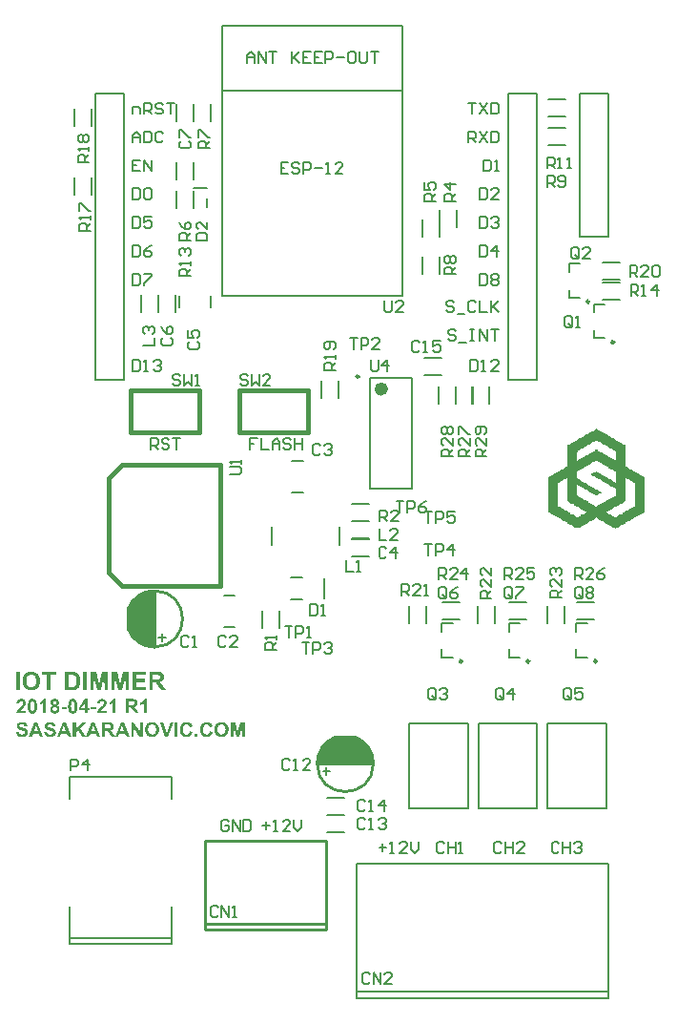
<source format=gto>
G04 Layer_Color=65535*
%FSLAX25Y25*%
%MOIN*%
G70*
G01*
G75*
%ADD34C,0.01000*%
%ADD47C,0.00984*%
%ADD48C,0.02362*%
%ADD49C,0.00787*%
%ADD50C,0.00800*%
%ADD51C,0.01500*%
G36*
X523733Y562016D02*
X522632D01*
X522195Y563161D01*
X520168D01*
X519753Y562016D01*
X518674D01*
X520627Y567061D01*
X521706D01*
X523733Y562016D01*
D02*
G37*
G36*
X533910D02*
X532809D01*
X532372Y563161D01*
X530345D01*
X529930Y562016D01*
X528851D01*
X530804Y567061D01*
X531883D01*
X533910Y562016D01*
D02*
G37*
G36*
X536797Y567054D02*
X536877D01*
X536957Y567046D01*
X537052D01*
X537241Y567024D01*
X537438Y567003D01*
X537620Y566966D01*
X537701Y566944D01*
X537774Y566922D01*
X537781D01*
X537788Y566915D01*
X537832Y566893D01*
X537897Y566857D01*
X537985Y566813D01*
X538080Y566740D01*
X538174Y566660D01*
X538269Y566558D01*
X538357Y566434D01*
Y566427D01*
X538364Y566419D01*
X538379Y566397D01*
X538393Y566376D01*
X538430Y566303D01*
X538473Y566208D01*
X538510Y566091D01*
X538546Y565960D01*
X538576Y565807D01*
X538583Y565647D01*
Y565639D01*
Y565625D01*
Y565588D01*
X538576Y565552D01*
Y565501D01*
X538568Y565450D01*
X538539Y565319D01*
X538503Y565166D01*
X538444Y565012D01*
X538357Y564852D01*
X538306Y564779D01*
X538247Y564706D01*
X538240Y564699D01*
X538233Y564692D01*
X538211Y564670D01*
X538182Y564648D01*
X538153Y564619D01*
X538109Y564582D01*
X538058Y564546D01*
X538000Y564509D01*
X537934Y564466D01*
X537854Y564429D01*
X537774Y564393D01*
X537686Y564356D01*
X537584Y564320D01*
X537482Y564291D01*
X537373Y564261D01*
X537249Y564240D01*
X537256D01*
X537263Y564232D01*
X537307Y564203D01*
X537365Y564167D01*
X537438Y564116D01*
X537526Y564050D01*
X537613Y563984D01*
X537708Y563904D01*
X537788Y563817D01*
X537795Y563810D01*
X537832Y563773D01*
X537876Y563715D01*
X537941Y563627D01*
X538029Y563518D01*
X538072Y563445D01*
X538124Y563372D01*
X538182Y563292D01*
X538240Y563204D01*
X538306Y563102D01*
X538371Y563000D01*
X538991Y562016D01*
X537766D01*
X537037Y563110D01*
X537030Y563117D01*
X537023Y563139D01*
X537001Y563168D01*
X536972Y563204D01*
X536942Y563248D01*
X536906Y563307D01*
X536826Y563423D01*
X536731Y563554D01*
X536644Y563671D01*
X536563Y563780D01*
X536527Y563817D01*
X536498Y563853D01*
X536490Y563861D01*
X536476Y563875D01*
X536447Y563904D01*
X536410Y563941D01*
X536359Y563970D01*
X536308Y564006D01*
X536250Y564036D01*
X536192Y564065D01*
X536184D01*
X536163Y564072D01*
X536126Y564087D01*
X536068Y564094D01*
X535995Y564108D01*
X535907Y564116D01*
X535805Y564123D01*
X535477D01*
Y562016D01*
X534457D01*
Y567061D01*
X536731D01*
X536797Y567054D01*
D02*
G37*
G36*
X552055Y567148D02*
X552128D01*
X552222Y567134D01*
X552332Y567119D01*
X552456Y567097D01*
X552587Y567068D01*
X552725Y567032D01*
X552871Y566988D01*
X553017Y566930D01*
X553170Y566864D01*
X553316Y566784D01*
X553462Y566689D01*
X553600Y566580D01*
X553731Y566456D01*
X553739Y566448D01*
X553761Y566427D01*
X553797Y566383D01*
X553833Y566332D01*
X553885Y566259D01*
X553943Y566172D01*
X554001Y566069D01*
X554067Y565953D01*
X554132Y565829D01*
X554191Y565683D01*
X554249Y565523D01*
X554300Y565355D01*
X554344Y565166D01*
X554373Y564969D01*
X554395Y564757D01*
X554402Y564531D01*
Y564517D01*
Y564480D01*
X554395Y564415D01*
Y564327D01*
X554380Y564225D01*
X554366Y564108D01*
X554344Y563970D01*
X554322Y563831D01*
X554285Y563678D01*
X554242Y563518D01*
X554183Y563358D01*
X554118Y563197D01*
X554045Y563044D01*
X553950Y562891D01*
X553848Y562745D01*
X553731Y562607D01*
X553724Y562599D01*
X553702Y562577D01*
X553666Y562541D01*
X553608Y562497D01*
X553542Y562446D01*
X553462Y562388D01*
X553367Y562330D01*
X553265Y562264D01*
X553141Y562198D01*
X553010Y562140D01*
X552864Y562082D01*
X552704Y562031D01*
X552536Y561987D01*
X552354Y561951D01*
X552164Y561929D01*
X551960Y561921D01*
X551909D01*
X551851Y561929D01*
X551778Y561936D01*
X551683Y561943D01*
X551574Y561958D01*
X551450Y561980D01*
X551318Y562009D01*
X551173Y562045D01*
X551034Y562089D01*
X550881Y562147D01*
X550735Y562213D01*
X550582Y562286D01*
X550444Y562381D01*
X550305Y562483D01*
X550174Y562607D01*
X550167Y562614D01*
X550145Y562636D01*
X550116Y562680D01*
X550072Y562731D01*
X550021Y562804D01*
X549963Y562891D01*
X549904Y562986D01*
X549846Y563102D01*
X549780Y563226D01*
X549722Y563372D01*
X549664Y563525D01*
X549613Y563693D01*
X549569Y563875D01*
X549540Y564072D01*
X549518Y564283D01*
X549510Y564502D01*
Y564509D01*
Y564539D01*
Y564575D01*
X549518Y564633D01*
Y564699D01*
X549525Y564772D01*
X549532Y564859D01*
X549540Y564954D01*
X549569Y565158D01*
X549605Y565377D01*
X549664Y565596D01*
X549736Y565800D01*
Y565807D01*
X549744Y565814D01*
X549758Y565836D01*
X549766Y565865D01*
X549809Y565938D01*
X549860Y566033D01*
X549926Y566142D01*
X550006Y566252D01*
X550101Y566376D01*
X550203Y566492D01*
X550210Y566500D01*
X550218Y566507D01*
X550254Y566543D01*
X550320Y566602D01*
X550400Y566667D01*
X550495Y566740D01*
X550604Y566820D01*
X550728Y566893D01*
X550859Y566952D01*
X550866D01*
X550881Y566959D01*
X550910Y566973D01*
X550947Y566981D01*
X550990Y567003D01*
X551041Y567017D01*
X551107Y567032D01*
X551173Y567054D01*
X551333Y567090D01*
X551515Y567127D01*
X551727Y567148D01*
X551945Y567156D01*
X551996D01*
X552055Y567148D01*
D02*
G37*
G36*
X576338D02*
X576411D01*
X576505Y567134D01*
X576615Y567119D01*
X576739Y567097D01*
X576870Y567068D01*
X577008Y567032D01*
X577154Y566988D01*
X577300Y566930D01*
X577453Y566864D01*
X577599Y566784D01*
X577745Y566689D01*
X577883Y566580D01*
X578014Y566456D01*
X578022Y566448D01*
X578044Y566427D01*
X578080Y566383D01*
X578116Y566332D01*
X578167Y566259D01*
X578226Y566172D01*
X578284Y566069D01*
X578350Y565953D01*
X578415Y565829D01*
X578474Y565683D01*
X578532Y565523D01*
X578583Y565355D01*
X578627Y565166D01*
X578656Y564969D01*
X578678Y564757D01*
X578685Y564531D01*
Y564517D01*
Y564480D01*
X578678Y564415D01*
Y564327D01*
X578663Y564225D01*
X578649Y564108D01*
X578627Y563970D01*
X578605Y563831D01*
X578568Y563678D01*
X578525Y563518D01*
X578466Y563358D01*
X578401Y563197D01*
X578328Y563044D01*
X578233Y562891D01*
X578131Y562745D01*
X578014Y562607D01*
X578007Y562599D01*
X577985Y562577D01*
X577949Y562541D01*
X577890Y562497D01*
X577825Y562446D01*
X577745Y562388D01*
X577650Y562330D01*
X577548Y562264D01*
X577424Y562198D01*
X577293Y562140D01*
X577147Y562082D01*
X576987Y562031D01*
X576819Y561987D01*
X576637Y561951D01*
X576447Y561929D01*
X576243Y561921D01*
X576192D01*
X576134Y561929D01*
X576061Y561936D01*
X575966Y561943D01*
X575856Y561958D01*
X575733Y561980D01*
X575601Y562009D01*
X575456Y562045D01*
X575317Y562089D01*
X575164Y562147D01*
X575018Y562213D01*
X574865Y562286D01*
X574727Y562381D01*
X574588Y562483D01*
X574457Y562607D01*
X574450Y562614D01*
X574428Y562636D01*
X574399Y562680D01*
X574355Y562731D01*
X574304Y562804D01*
X574246Y562891D01*
X574187Y562986D01*
X574129Y563102D01*
X574063Y563226D01*
X574005Y563372D01*
X573947Y563525D01*
X573896Y563693D01*
X573852Y563875D01*
X573823Y564072D01*
X573801Y564283D01*
X573794Y564502D01*
Y564509D01*
Y564539D01*
Y564575D01*
X573801Y564633D01*
Y564699D01*
X573808Y564772D01*
X573815Y564859D01*
X573823Y564954D01*
X573852Y565158D01*
X573888Y565377D01*
X573947Y565596D01*
X574019Y565800D01*
Y565807D01*
X574027Y565814D01*
X574041Y565836D01*
X574049Y565865D01*
X574092Y565938D01*
X574143Y566033D01*
X574209Y566142D01*
X574289Y566252D01*
X574384Y566376D01*
X574486Y566492D01*
X574493Y566500D01*
X574501Y566507D01*
X574537Y566543D01*
X574603Y566602D01*
X574683Y566667D01*
X574778Y566740D01*
X574887Y566820D01*
X575011Y566893D01*
X575142Y566952D01*
X575149D01*
X575164Y566959D01*
X575193Y566973D01*
X575230Y566981D01*
X575273Y567003D01*
X575324Y567017D01*
X575390Y567032D01*
X575456Y567054D01*
X575616Y567090D01*
X575798Y567127D01*
X576010Y567148D01*
X576228Y567156D01*
X576279D01*
X576338Y567148D01*
D02*
G37*
G36*
X513943Y562016D02*
X512842D01*
X512404Y563161D01*
X510378D01*
X509962Y562016D01*
X508883D01*
X510837Y567061D01*
X511916D01*
X513943Y562016D01*
D02*
G37*
G36*
X557595D02*
X556494D01*
X554686Y567061D01*
X555787D01*
X557070Y563328D01*
X558302Y567061D01*
X559388D01*
X557595Y562016D01*
D02*
G37*
G36*
X584328D02*
X583387D01*
X583380Y565982D01*
X582388Y562016D01*
X581404D01*
X580413Y565982D01*
Y562016D01*
X579472D01*
Y567061D01*
X580996D01*
X581900Y563613D01*
X582797Y567061D01*
X584328D01*
Y562016D01*
D02*
G37*
G36*
X548643D02*
X547622D01*
X545574Y565340D01*
Y562016D01*
X544633D01*
Y567061D01*
X545618D01*
X547703Y563664D01*
Y567061D01*
X548643D01*
Y562016D01*
D02*
G37*
G36*
X544087D02*
X542986D01*
X542549Y563161D01*
X540522D01*
X540106Y562016D01*
X539028D01*
X540981Y567061D01*
X542060D01*
X544087Y562016D01*
D02*
G37*
G36*
X560890D02*
X559870D01*
Y567061D01*
X560890D01*
Y562016D01*
D02*
G37*
G36*
X567910D02*
X566941D01*
Y562986D01*
X567910D01*
Y562016D01*
D02*
G37*
G36*
X506339Y575236D02*
X506405Y575229D01*
X506478Y575221D01*
X506558Y575207D01*
X506645Y575192D01*
X506835Y575141D01*
X507024Y575068D01*
X507126Y575025D01*
X507214Y574974D01*
X507309Y574908D01*
X507389Y574835D01*
X507396Y574828D01*
X507411Y574821D01*
X507425Y574791D01*
X507454Y574762D01*
X507491Y574726D01*
X507527Y574675D01*
X507564Y574624D01*
X507608Y574558D01*
X507681Y574412D01*
X507753Y574245D01*
X507783Y574150D01*
X507797Y574048D01*
X507812Y573938D01*
X507819Y573829D01*
Y573814D01*
Y573771D01*
X507812Y573705D01*
X507804Y573625D01*
X507790Y573523D01*
X507768Y573414D01*
X507739Y573297D01*
X507695Y573180D01*
X507688Y573166D01*
X507673Y573129D01*
X507644Y573064D01*
X507600Y572983D01*
X507549Y572889D01*
X507484Y572779D01*
X507403Y572663D01*
X507309Y572539D01*
X507301Y572532D01*
X507272Y572495D01*
X507229Y572444D01*
X507163Y572371D01*
X507075Y572284D01*
X506966Y572167D01*
X506835Y572043D01*
X506674Y571890D01*
X506667Y571883D01*
X506653Y571875D01*
X506631Y571853D01*
X506602Y571824D01*
X506521Y571751D01*
X506427Y571664D01*
X506332Y571569D01*
X506237Y571474D01*
X506150Y571394D01*
X506120Y571358D01*
X506091Y571329D01*
X506084Y571321D01*
X506069Y571307D01*
X506047Y571278D01*
X506018Y571241D01*
X505953Y571161D01*
X505894Y571066D01*
X507819D01*
Y570169D01*
X504429D01*
Y570177D01*
Y570191D01*
X504436Y570221D01*
X504444Y570257D01*
X504451Y570301D01*
X504458Y570352D01*
X504487Y570483D01*
X504531Y570629D01*
X504590Y570789D01*
X504662Y570964D01*
X504757Y571132D01*
Y571139D01*
X504772Y571154D01*
X504786Y571183D01*
X504815Y571212D01*
X504845Y571263D01*
X504888Y571314D01*
X504939Y571380D01*
X504998Y571453D01*
X505063Y571540D01*
X505143Y571628D01*
X505231Y571730D01*
X505333Y571839D01*
X505442Y571948D01*
X505566Y572072D01*
X505698Y572203D01*
X505843Y572342D01*
X505851Y572349D01*
X505872Y572371D01*
X505902Y572400D01*
X505945Y572444D01*
X506004Y572488D01*
X506062Y572546D01*
X506193Y572677D01*
X506324Y572816D01*
X506456Y572954D01*
X506514Y573013D01*
X506572Y573078D01*
X506616Y573129D01*
X506645Y573173D01*
X506653Y573188D01*
X506674Y573224D01*
X506711Y573282D01*
X506747Y573362D01*
X506784Y573450D01*
X506820Y573552D01*
X506842Y573654D01*
X506849Y573764D01*
Y573771D01*
Y573778D01*
Y573814D01*
X506842Y573880D01*
X506827Y573953D01*
X506806Y574033D01*
X506777Y574113D01*
X506733Y574194D01*
X506674Y574266D01*
X506667Y574274D01*
X506645Y574296D01*
X506602Y574325D01*
X506551Y574354D01*
X506478Y574383D01*
X506397Y574412D01*
X506303Y574434D01*
X506193Y574441D01*
X506142D01*
X506084Y574434D01*
X506018Y574420D01*
X505938Y574398D01*
X505858Y574361D01*
X505778Y574318D01*
X505705Y574259D01*
X505698Y574252D01*
X505676Y574223D01*
X505647Y574179D01*
X505617Y574113D01*
X505581Y574033D01*
X505552Y573924D01*
X505523Y573800D01*
X505508Y573654D01*
X504546Y573749D01*
Y573756D01*
X504553Y573785D01*
Y573822D01*
X504568Y573880D01*
X504575Y573946D01*
X504597Y574019D01*
X504619Y574099D01*
X504640Y574194D01*
X504713Y574376D01*
X504801Y574565D01*
X504859Y574660D01*
X504925Y574748D01*
X504998Y574821D01*
X505078Y574893D01*
X505085Y574901D01*
X505100Y574908D01*
X505122Y574923D01*
X505158Y574952D01*
X505202Y574974D01*
X505260Y575003D01*
X505318Y575039D01*
X505391Y575068D01*
X505472Y575105D01*
X505559Y575134D01*
X505749Y575192D01*
X505975Y575229D01*
X506091Y575236D01*
X506215Y575243D01*
X506288D01*
X506339Y575236D01*
D02*
G37*
G36*
X514868Y570169D02*
X513899D01*
Y573822D01*
X513892Y573814D01*
X513877Y573800D01*
X513848Y573778D01*
X513804Y573742D01*
X513753Y573698D01*
X513695Y573654D01*
X513622Y573603D01*
X513542Y573545D01*
X513454Y573486D01*
X513359Y573428D01*
X513257Y573362D01*
X513148Y573304D01*
X512915Y573195D01*
X512652Y573093D01*
Y573968D01*
X512660D01*
X512667Y573975D01*
X512689Y573982D01*
X512718Y573989D01*
X512791Y574026D01*
X512893Y574070D01*
X513017Y574128D01*
X513155Y574208D01*
X513308Y574310D01*
X513469Y574427D01*
X513476Y574434D01*
X513491Y574441D01*
X513513Y574463D01*
X513542Y574493D01*
X513622Y574565D01*
X513709Y574660D01*
X513811Y574777D01*
X513913Y574923D01*
X514008Y575076D01*
X514081Y575243D01*
X514868D01*
Y570169D01*
D02*
G37*
G36*
X529346Y572028D02*
X529973D01*
Y571183D01*
X529346D01*
Y570169D01*
X528413D01*
Y571183D01*
X526343D01*
Y572021D01*
X528530Y575236D01*
X529346D01*
Y572028D01*
D02*
G37*
G36*
X510232Y575236D02*
X510290Y575229D01*
X510363Y575214D01*
X510436Y575200D01*
X510524Y575178D01*
X510618Y575149D01*
X510706Y575112D01*
X510801Y575076D01*
X510895Y575025D01*
X510990Y574959D01*
X511085Y574893D01*
X511172Y574813D01*
X511253Y574719D01*
X511260Y574711D01*
X511274Y574689D01*
X511296Y574653D01*
X511333Y574602D01*
X511369Y574529D01*
X511413Y574441D01*
X511457Y574347D01*
X511500Y574223D01*
X511544Y574091D01*
X511595Y573938D01*
X511632Y573771D01*
X511668Y573581D01*
X511705Y573377D01*
X511726Y573158D01*
X511741Y572918D01*
X511748Y572655D01*
Y572648D01*
Y572641D01*
Y572619D01*
Y572590D01*
Y572517D01*
X511741Y572422D01*
X511734Y572305D01*
X511719Y572167D01*
X511705Y572021D01*
X511690Y571861D01*
X511661Y571693D01*
X511624Y571518D01*
X511588Y571350D01*
X511537Y571183D01*
X511486Y571015D01*
X511413Y570862D01*
X511340Y570716D01*
X511253Y570592D01*
X511245Y570585D01*
X511231Y570570D01*
X511209Y570541D01*
X511180Y570512D01*
X511136Y570476D01*
X511085Y570432D01*
X511019Y570381D01*
X510954Y570337D01*
X510874Y570286D01*
X510793Y570235D01*
X510699Y570191D01*
X510597Y570155D01*
X510487Y570126D01*
X510363Y570097D01*
X510239Y570082D01*
X510108Y570075D01*
X510079D01*
X510035Y570082D01*
X509984D01*
X509926Y570089D01*
X509853Y570104D01*
X509773Y570119D01*
X509685Y570148D01*
X509590Y570177D01*
X509496Y570213D01*
X509394Y570257D01*
X509299Y570315D01*
X509197Y570374D01*
X509102Y570454D01*
X509007Y570534D01*
X508920Y570636D01*
X508913Y570643D01*
X508898Y570665D01*
X508876Y570702D01*
X508854Y570745D01*
X508818Y570811D01*
X508781Y570891D01*
X508738Y570993D01*
X508701Y571103D01*
X508657Y571234D01*
X508614Y571380D01*
X508577Y571547D01*
X508548Y571730D01*
X508519Y571934D01*
X508497Y572160D01*
X508482Y572400D01*
X508475Y572663D01*
Y572670D01*
Y572677D01*
Y572699D01*
Y572728D01*
Y572801D01*
X508482Y572896D01*
X508490Y573013D01*
X508504Y573151D01*
X508519Y573297D01*
X508533Y573457D01*
X508563Y573625D01*
X508592Y573793D01*
X508636Y573968D01*
X508679Y574135D01*
X508738Y574296D01*
X508803Y574449D01*
X508876Y574594D01*
X508963Y574719D01*
X508971Y574726D01*
X508985Y574740D01*
X509007Y574769D01*
X509044Y574799D01*
X509080Y574842D01*
X509131Y574886D01*
X509197Y574930D01*
X509262Y574981D01*
X509343Y575032D01*
X509423Y575076D01*
X509518Y575119D01*
X509620Y575163D01*
X509729Y575192D01*
X509853Y575221D01*
X509977Y575236D01*
X510108Y575243D01*
X510181D01*
X510232Y575236D01*
D02*
G37*
G36*
X518061D02*
X518127Y575229D01*
X518193Y575221D01*
X518273Y575214D01*
X518353Y575200D01*
X518535Y575156D01*
X518725Y575090D01*
X518812Y575046D01*
X518907Y574996D01*
X518987Y574937D01*
X519067Y574872D01*
X519075Y574864D01*
X519082Y574857D01*
X519104Y574835D01*
X519133Y574806D01*
X519162Y574769D01*
X519191Y574726D01*
X519272Y574616D01*
X519345Y574478D01*
X519403Y574325D01*
X519454Y574143D01*
X519461Y574041D01*
X519468Y573938D01*
Y573931D01*
Y573924D01*
Y573880D01*
X519461Y573814D01*
X519447Y573727D01*
X519425Y573632D01*
X519388Y573530D01*
X519345Y573421D01*
X519279Y573312D01*
X519272Y573297D01*
X519242Y573268D01*
X519206Y573217D01*
X519148Y573158D01*
X519075Y573085D01*
X518987Y573020D01*
X518885Y572954D01*
X518769Y572896D01*
X518776D01*
X518790Y572889D01*
X518812Y572881D01*
X518842Y572867D01*
X518914Y572823D01*
X519009Y572765D01*
X519111Y572699D01*
X519220Y572612D01*
X519323Y572510D01*
X519410Y572393D01*
X519417Y572378D01*
X519447Y572335D01*
X519483Y572269D01*
X519519Y572182D01*
X519563Y572072D01*
X519592Y571941D01*
X519622Y571803D01*
X519629Y571649D01*
Y571642D01*
Y571620D01*
Y571584D01*
X519622Y571533D01*
X519614Y571474D01*
X519607Y571402D01*
X519592Y571329D01*
X519570Y571248D01*
X519519Y571066D01*
X519483Y570971D01*
X519439Y570877D01*
X519388Y570782D01*
X519323Y570687D01*
X519257Y570600D01*
X519177Y570512D01*
X519170Y570505D01*
X519155Y570490D01*
X519133Y570468D01*
X519097Y570446D01*
X519053Y570410D01*
X518995Y570374D01*
X518936Y570337D01*
X518863Y570293D01*
X518783Y570250D01*
X518688Y570213D01*
X518594Y570177D01*
X518492Y570140D01*
X518375Y570119D01*
X518251Y570097D01*
X518127Y570082D01*
X517988Y570075D01*
X517923D01*
X517872Y570082D01*
X517814Y570089D01*
X517748Y570097D01*
X517675Y570104D01*
X517588Y570119D01*
X517405Y570162D01*
X517216Y570228D01*
X517121Y570264D01*
X517026Y570315D01*
X516931Y570366D01*
X516844Y570432D01*
X516837Y570439D01*
X516822Y570454D01*
X516793Y570476D01*
X516756Y570512D01*
X516720Y570556D01*
X516676Y570607D01*
X516625Y570673D01*
X516574Y570738D01*
X516523Y570818D01*
X516472Y570906D01*
X516429Y571001D01*
X516392Y571110D01*
X516356Y571219D01*
X516326Y571343D01*
X516312Y571467D01*
X516304Y571606D01*
Y571613D01*
Y571628D01*
Y571649D01*
Y571678D01*
X516312Y571759D01*
X516326Y571853D01*
X516356Y571970D01*
X516385Y572101D01*
X516436Y572233D01*
X516501Y572364D01*
Y572371D01*
X516509Y572378D01*
X516538Y572422D01*
X516589Y572480D01*
X516662Y572561D01*
X516749Y572648D01*
X516859Y572736D01*
X516990Y572816D01*
X517143Y572896D01*
X517136D01*
X517128Y572903D01*
X517085Y572925D01*
X517019Y572962D01*
X516939Y573005D01*
X516844Y573071D01*
X516756Y573144D01*
X516669Y573231D01*
X516596Y573326D01*
X516589Y573341D01*
X516567Y573377D01*
X516545Y573428D01*
X516516Y573508D01*
X516479Y573596D01*
X516458Y573705D01*
X516436Y573814D01*
X516429Y573938D01*
Y573946D01*
Y573960D01*
Y573989D01*
X516436Y574033D01*
X516443Y574077D01*
X516450Y574135D01*
X516479Y574266D01*
X516523Y574412D01*
X516596Y574573D01*
X516640Y574646D01*
X516691Y574726D01*
X516756Y574799D01*
X516822Y574872D01*
X516829Y574879D01*
X516844Y574886D01*
X516866Y574908D01*
X516895Y574930D01*
X516939Y574959D01*
X516983Y574988D01*
X517041Y575025D01*
X517114Y575061D01*
X517187Y575090D01*
X517267Y575127D01*
X517362Y575156D01*
X517464Y575185D01*
X517573Y575207D01*
X517690Y575229D01*
X517814Y575236D01*
X517945Y575243D01*
X518018D01*
X518061Y575236D01*
D02*
G37*
G36*
X524345D02*
X524404Y575229D01*
X524477Y575214D01*
X524549Y575200D01*
X524637Y575178D01*
X524732Y575149D01*
X524819Y575112D01*
X524914Y575076D01*
X525009Y575025D01*
X525104Y574959D01*
X525198Y574893D01*
X525286Y574813D01*
X525366Y574719D01*
X525373Y574711D01*
X525388Y574689D01*
X525410Y574653D01*
X525446Y574602D01*
X525483Y574529D01*
X525526Y574441D01*
X525570Y574347D01*
X525614Y574223D01*
X525658Y574091D01*
X525709Y573938D01*
X525745Y573771D01*
X525781Y573581D01*
X525818Y573377D01*
X525840Y573158D01*
X525854Y572918D01*
X525862Y572655D01*
Y572648D01*
Y572641D01*
Y572619D01*
Y572590D01*
Y572517D01*
X525854Y572422D01*
X525847Y572305D01*
X525833Y572167D01*
X525818Y572021D01*
X525803Y571861D01*
X525774Y571693D01*
X525738Y571518D01*
X525701Y571350D01*
X525650Y571183D01*
X525599Y571015D01*
X525526Y570862D01*
X525454Y570716D01*
X525366Y570592D01*
X525359Y570585D01*
X525344Y570570D01*
X525322Y570541D01*
X525293Y570512D01*
X525249Y570476D01*
X525198Y570432D01*
X525133Y570381D01*
X525067Y570337D01*
X524987Y570286D01*
X524907Y570235D01*
X524812Y570191D01*
X524710Y570155D01*
X524601Y570126D01*
X524477Y570097D01*
X524353Y570082D01*
X524222Y570075D01*
X524192D01*
X524149Y570082D01*
X524097D01*
X524039Y570089D01*
X523966Y570104D01*
X523886Y570119D01*
X523799Y570148D01*
X523704Y570177D01*
X523609Y570213D01*
X523507Y570257D01*
X523412Y570315D01*
X523310Y570374D01*
X523215Y570454D01*
X523121Y570534D01*
X523033Y570636D01*
X523026Y570643D01*
X523011Y570665D01*
X522990Y570702D01*
X522968Y570745D01*
X522931Y570811D01*
X522895Y570891D01*
X522851Y570993D01*
X522815Y571103D01*
X522771Y571234D01*
X522727Y571380D01*
X522691Y571547D01*
X522661Y571730D01*
X522632Y571934D01*
X522610Y572160D01*
X522596Y572400D01*
X522588Y572663D01*
Y572670D01*
Y572677D01*
Y572699D01*
Y572728D01*
Y572801D01*
X522596Y572896D01*
X522603Y573013D01*
X522618Y573151D01*
X522632Y573297D01*
X522647Y573457D01*
X522676Y573625D01*
X522705Y573793D01*
X522749Y573968D01*
X522793Y574135D01*
X522851Y574296D01*
X522917Y574449D01*
X522990Y574594D01*
X523077Y574719D01*
X523084Y574726D01*
X523099Y574740D01*
X523121Y574769D01*
X523157Y574799D01*
X523194Y574842D01*
X523245Y574886D01*
X523310Y574930D01*
X523376Y574981D01*
X523456Y575032D01*
X523536Y575076D01*
X523631Y575119D01*
X523733Y575163D01*
X523842Y575192D01*
X523966Y575221D01*
X524090Y575236D01*
X524222Y575243D01*
X524294D01*
X524345Y575236D01*
D02*
G37*
G36*
X550145Y570169D02*
X549175D01*
Y573822D01*
X549168Y573814D01*
X549153Y573800D01*
X549124Y573778D01*
X549080Y573742D01*
X549029Y573698D01*
X548971Y573654D01*
X548898Y573603D01*
X548818Y573545D01*
X548731Y573486D01*
X548636Y573428D01*
X548534Y573362D01*
X548424Y573304D01*
X548191Y573195D01*
X547929Y573093D01*
Y573968D01*
X547936D01*
X547943Y573975D01*
X547965Y573982D01*
X547994Y573989D01*
X548067Y574026D01*
X548169Y574070D01*
X548293Y574128D01*
X548432Y574208D01*
X548585Y574310D01*
X548745Y574427D01*
X548752Y574434D01*
X548767Y574441D01*
X548789Y574463D01*
X548818Y574493D01*
X548898Y574565D01*
X548986Y574660D01*
X549088Y574777D01*
X549190Y574923D01*
X549285Y575076D01*
X549357Y575243D01*
X550145D01*
Y570169D01*
D02*
G37*
G36*
X522239Y571518D02*
X520336D01*
Y572488D01*
X522239D01*
Y571518D01*
D02*
G37*
G36*
X532430D02*
X530527D01*
Y572488D01*
X532430D01*
Y571518D01*
D02*
G37*
G36*
X534566Y575236D02*
X534632Y575229D01*
X534704Y575221D01*
X534785Y575207D01*
X534872Y575192D01*
X535062Y575141D01*
X535251Y575068D01*
X535353Y575025D01*
X535441Y574974D01*
X535536Y574908D01*
X535616Y574835D01*
X535623Y574828D01*
X535638Y574821D01*
X535652Y574791D01*
X535681Y574762D01*
X535718Y574726D01*
X535754Y574675D01*
X535791Y574624D01*
X535835Y574558D01*
X535907Y574412D01*
X535980Y574245D01*
X536009Y574150D01*
X536024Y574048D01*
X536039Y573938D01*
X536046Y573829D01*
Y573814D01*
Y573771D01*
X536039Y573705D01*
X536031Y573625D01*
X536017Y573523D01*
X535995Y573414D01*
X535966Y573297D01*
X535922Y573180D01*
X535915Y573166D01*
X535900Y573129D01*
X535871Y573064D01*
X535827Y572983D01*
X535776Y572889D01*
X535710Y572779D01*
X535630Y572663D01*
X535536Y572539D01*
X535528Y572532D01*
X535499Y572495D01*
X535455Y572444D01*
X535390Y572371D01*
X535302Y572284D01*
X535193Y572167D01*
X535062Y572043D01*
X534901Y571890D01*
X534894Y571883D01*
X534879Y571875D01*
X534858Y571853D01*
X534828Y571824D01*
X534748Y571751D01*
X534654Y571664D01*
X534559Y571569D01*
X534464Y571474D01*
X534376Y571394D01*
X534347Y571358D01*
X534318Y571329D01*
X534311Y571321D01*
X534296Y571307D01*
X534274Y571278D01*
X534245Y571241D01*
X534180Y571161D01*
X534121Y571066D01*
X536046D01*
Y570169D01*
X532656D01*
Y570177D01*
Y570191D01*
X532663Y570221D01*
X532671Y570257D01*
X532678Y570301D01*
X532685Y570352D01*
X532714Y570483D01*
X532758Y570629D01*
X532816Y570789D01*
X532889Y570964D01*
X532984Y571132D01*
Y571139D01*
X532999Y571154D01*
X533013Y571183D01*
X533042Y571212D01*
X533072Y571263D01*
X533115Y571314D01*
X533166Y571380D01*
X533225Y571453D01*
X533290Y571540D01*
X533370Y571628D01*
X533458Y571730D01*
X533560Y571839D01*
X533669Y571948D01*
X533793Y572072D01*
X533924Y572203D01*
X534070Y572342D01*
X534078Y572349D01*
X534099Y572371D01*
X534129Y572400D01*
X534172Y572444D01*
X534231Y572488D01*
X534289Y572546D01*
X534420Y572677D01*
X534551Y572816D01*
X534683Y572954D01*
X534741Y573013D01*
X534799Y573078D01*
X534843Y573129D01*
X534872Y573173D01*
X534879Y573188D01*
X534901Y573224D01*
X534938Y573282D01*
X534974Y573362D01*
X535011Y573450D01*
X535047Y573552D01*
X535069Y573654D01*
X535076Y573764D01*
Y573771D01*
Y573778D01*
Y573814D01*
X535069Y573880D01*
X535054Y573953D01*
X535033Y574033D01*
X535003Y574113D01*
X534960Y574194D01*
X534901Y574266D01*
X534894Y574274D01*
X534872Y574296D01*
X534828Y574325D01*
X534777Y574354D01*
X534704Y574383D01*
X534624Y574412D01*
X534529Y574434D01*
X534420Y574441D01*
X534369D01*
X534311Y574434D01*
X534245Y574420D01*
X534165Y574398D01*
X534085Y574361D01*
X534005Y574318D01*
X533932Y574259D01*
X533924Y574252D01*
X533903Y574223D01*
X533873Y574179D01*
X533844Y574113D01*
X533808Y574033D01*
X533779Y573924D01*
X533749Y573800D01*
X533735Y573654D01*
X532773Y573749D01*
Y573756D01*
X532780Y573785D01*
Y573822D01*
X532795Y573880D01*
X532802Y573946D01*
X532824Y574019D01*
X532846Y574099D01*
X532867Y574194D01*
X532940Y574376D01*
X533028Y574565D01*
X533086Y574660D01*
X533152Y574748D01*
X533225Y574821D01*
X533305Y574893D01*
X533312Y574901D01*
X533327Y574908D01*
X533349Y574923D01*
X533385Y574952D01*
X533429Y574974D01*
X533487Y575003D01*
X533545Y575039D01*
X533618Y575068D01*
X533699Y575105D01*
X533786Y575134D01*
X533976Y575192D01*
X534201Y575229D01*
X534318Y575236D01*
X534442Y575243D01*
X534515D01*
X534566Y575236D01*
D02*
G37*
G36*
X539173Y570169D02*
X538204D01*
Y573822D01*
X538196Y573814D01*
X538182Y573800D01*
X538153Y573778D01*
X538109Y573742D01*
X538058Y573698D01*
X538000Y573654D01*
X537927Y573603D01*
X537847Y573545D01*
X537759Y573486D01*
X537664Y573428D01*
X537562Y573362D01*
X537453Y573304D01*
X537219Y573195D01*
X536957Y573093D01*
Y573968D01*
X536964D01*
X536972Y573975D01*
X536994Y573982D01*
X537023Y573989D01*
X537096Y574026D01*
X537198Y574070D01*
X537322Y574128D01*
X537460Y574208D01*
X537613Y574310D01*
X537774Y574427D01*
X537781Y574434D01*
X537795Y574441D01*
X537817Y574463D01*
X537847Y574493D01*
X537927Y574565D01*
X538014Y574660D01*
X538116Y574777D01*
X538218Y574923D01*
X538313Y575076D01*
X538386Y575243D01*
X539173D01*
Y570169D01*
D02*
G37*
G36*
X545144Y575207D02*
X545224D01*
X545304Y575200D01*
X545399D01*
X545588Y575178D01*
X545785Y575156D01*
X545968Y575119D01*
X546048Y575098D01*
X546121Y575076D01*
X546128D01*
X546135Y575068D01*
X546179Y575046D01*
X546245Y575010D01*
X546332Y574966D01*
X546427Y574893D01*
X546522Y574813D01*
X546616Y574711D01*
X546704Y574587D01*
Y574580D01*
X546711Y574573D01*
X546726Y574551D01*
X546740Y574529D01*
X546777Y574456D01*
X546820Y574361D01*
X546857Y574245D01*
X546893Y574113D01*
X546922Y573960D01*
X546930Y573800D01*
Y573793D01*
Y573778D01*
Y573742D01*
X546922Y573705D01*
Y573654D01*
X546915Y573603D01*
X546886Y573472D01*
X546850Y573319D01*
X546791Y573166D01*
X546704Y573005D01*
X546653Y572932D01*
X546594Y572859D01*
X546587Y572852D01*
X546580Y572845D01*
X546558Y572823D01*
X546529Y572801D01*
X546500Y572772D01*
X546456Y572736D01*
X546405Y572699D01*
X546347Y572663D01*
X546281Y572619D01*
X546201Y572582D01*
X546121Y572546D01*
X546033Y572510D01*
X545931Y572473D01*
X545829Y572444D01*
X545720Y572415D01*
X545596Y572393D01*
X545603D01*
X545610Y572386D01*
X545654Y572357D01*
X545712Y572320D01*
X545785Y572269D01*
X545873Y572203D01*
X545960Y572138D01*
X546055Y572058D01*
X546135Y571970D01*
X546142Y571963D01*
X546179Y571926D01*
X546223Y571868D01*
X546288Y571781D01*
X546376Y571671D01*
X546419Y571598D01*
X546471Y571525D01*
X546529Y571445D01*
X546587Y571358D01*
X546653Y571256D01*
X546718Y571154D01*
X547338Y570169D01*
X546113D01*
X545384Y571263D01*
X545377Y571270D01*
X545370Y571292D01*
X545348Y571321D01*
X545319Y571358D01*
X545290Y571402D01*
X545253Y571460D01*
X545173Y571576D01*
X545078Y571708D01*
X544991Y571824D01*
X544910Y571934D01*
X544874Y571970D01*
X544845Y572007D01*
X544838Y572014D01*
X544823Y572028D01*
X544794Y572058D01*
X544757Y572094D01*
X544706Y572123D01*
X544655Y572160D01*
X544597Y572189D01*
X544539Y572218D01*
X544531D01*
X544510Y572225D01*
X544473Y572240D01*
X544415Y572247D01*
X544342Y572262D01*
X544254Y572269D01*
X544152Y572276D01*
X543824D01*
Y570169D01*
X542804D01*
Y575214D01*
X545078D01*
X545144Y575207D01*
D02*
G37*
G36*
X526831Y565093D02*
X528836Y562016D01*
X527517D01*
X526124Y564386D01*
X525300Y563540D01*
Y562016D01*
X524280D01*
Y567061D01*
X525300D01*
Y564816D01*
X527371Y567061D01*
X528741D01*
X526831Y565093D01*
D02*
G37*
G36*
X529199Y578346D02*
X527924D01*
Y584651D01*
X529199D01*
Y578346D01*
D02*
G37*
G36*
X549779Y583585D02*
X546381D01*
Y582191D01*
X549542D01*
Y581125D01*
X546381D01*
Y579412D01*
X549897D01*
Y578346D01*
X545105D01*
Y584651D01*
X549779D01*
Y583585D01*
D02*
G37*
G36*
X524198Y584642D02*
X524371Y584632D01*
X524562Y584623D01*
X524763Y584596D01*
X524954Y584569D01*
X525127Y584523D01*
X525136D01*
X525154Y584514D01*
X525182Y584505D01*
X525218Y584496D01*
X525327Y584450D01*
X525455Y584386D01*
X525601Y584304D01*
X525765Y584204D01*
X525920Y584086D01*
X526075Y583940D01*
X526084D01*
X526093Y583922D01*
X526138Y583867D01*
X526211Y583776D01*
X526293Y583658D01*
X526393Y583512D01*
X526494Y583339D01*
X526594Y583138D01*
X526676Y582920D01*
Y582911D01*
X526685Y582892D01*
X526694Y582856D01*
X526712Y582810D01*
X526721Y582756D01*
X526740Y582683D01*
X526758Y582601D01*
X526785Y582510D01*
X526803Y582409D01*
X526822Y582291D01*
X526840Y582173D01*
X526849Y582036D01*
X526876Y581754D01*
X526885Y581435D01*
Y581426D01*
Y581398D01*
Y581362D01*
Y581307D01*
X526876Y581234D01*
Y581161D01*
X526867Y581070D01*
X526858Y580970D01*
X526840Y580761D01*
X526803Y580542D01*
X526749Y580314D01*
X526685Y580096D01*
Y580087D01*
X526676Y580068D01*
X526657Y580032D01*
X526639Y579977D01*
X526621Y579922D01*
X526585Y579859D01*
X526512Y579695D01*
X526421Y579522D01*
X526302Y579330D01*
X526166Y579148D01*
X526011Y578975D01*
X525992Y578957D01*
X525947Y578920D01*
X525874Y578866D01*
X525774Y578793D01*
X525646Y578711D01*
X525501Y578629D01*
X525318Y578547D01*
X525118Y578474D01*
X525109D01*
X525100Y578465D01*
X525072D01*
X525045Y578456D01*
X524945Y578438D01*
X524817Y578410D01*
X524662Y578383D01*
X524471Y578365D01*
X524243Y578356D01*
X523997Y578346D01*
X521611D01*
Y584651D01*
X524125D01*
X524198Y584642D01*
D02*
G37*
G36*
X505704Y578346D02*
X504429D01*
Y584651D01*
X505704D01*
Y578346D01*
D02*
G37*
G36*
X518331Y583585D02*
X516472D01*
Y578346D01*
X515197D01*
Y583585D01*
X513330D01*
Y584651D01*
X518331D01*
Y583585D01*
D02*
G37*
G36*
X553905Y584642D02*
X554006D01*
X554106Y584632D01*
X554224D01*
X554461Y584605D01*
X554707Y584578D01*
X554935Y584532D01*
X555035Y584505D01*
X555126Y584478D01*
X555135D01*
X555145Y584468D01*
X555199Y584441D01*
X555281Y584396D01*
X555391Y584341D01*
X555509Y584250D01*
X555627Y584150D01*
X555746Y584022D01*
X555855Y583867D01*
Y583858D01*
X555864Y583849D01*
X555882Y583822D01*
X555901Y583794D01*
X555946Y583703D01*
X556001Y583585D01*
X556046Y583439D01*
X556092Y583275D01*
X556128Y583084D01*
X556138Y582883D01*
Y582874D01*
Y582856D01*
Y582810D01*
X556128Y582765D01*
Y582701D01*
X556119Y582637D01*
X556083Y582473D01*
X556037Y582282D01*
X555964Y582091D01*
X555855Y581890D01*
X555791Y581799D01*
X555718Y581708D01*
X555709Y581699D01*
X555700Y581690D01*
X555673Y581663D01*
X555636Y581635D01*
X555600Y581599D01*
X555545Y581553D01*
X555482Y581508D01*
X555409Y581462D01*
X555327Y581407D01*
X555227Y581362D01*
X555126Y581316D01*
X555017Y581271D01*
X554889Y581225D01*
X554762Y581189D01*
X554625Y581152D01*
X554470Y581125D01*
X554480D01*
X554489Y581116D01*
X554543Y581079D01*
X554616Y581034D01*
X554707Y580970D01*
X554816Y580888D01*
X554926Y580806D01*
X555044Y580706D01*
X555145Y580597D01*
X555154Y580587D01*
X555199Y580542D01*
X555254Y580469D01*
X555336Y580360D01*
X555445Y580223D01*
X555500Y580132D01*
X555564Y580041D01*
X555636Y579941D01*
X555709Y579831D01*
X555791Y579704D01*
X555873Y579576D01*
X556648Y578346D01*
X555117D01*
X554206Y579713D01*
X554197Y579722D01*
X554188Y579749D01*
X554161Y579786D01*
X554124Y579831D01*
X554088Y579886D01*
X554042Y579959D01*
X553942Y580105D01*
X553824Y580269D01*
X553714Y580414D01*
X553614Y580551D01*
X553569Y580597D01*
X553532Y580642D01*
X553523Y580651D01*
X553505Y580669D01*
X553468Y580706D01*
X553423Y580752D01*
X553359Y580788D01*
X553295Y580833D01*
X553222Y580870D01*
X553149Y580906D01*
X553140D01*
X553113Y580915D01*
X553067Y580934D01*
X552994Y580943D01*
X552903Y580961D01*
X552794Y580970D01*
X552667Y580979D01*
X552257D01*
Y578346D01*
X550981D01*
Y584651D01*
X553824D01*
X553905Y584642D01*
D02*
G37*
G36*
X552756Y593307D02*
X552014D01*
X550547Y593529D01*
X549130Y593969D01*
X547795Y594616D01*
X546572Y595456D01*
X545489Y596470D01*
X544570Y597635D01*
X543836Y598924D01*
X543570Y599616D01*
X543570Y606683D01*
X543570Y606683D01*
X543836Y607375D01*
X544570Y608665D01*
X545489Y609829D01*
X546572Y610843D01*
X547795Y611683D01*
X549130Y612330D01*
X550547Y612770D01*
X552014Y612992D01*
X552756D01*
Y593307D01*
D02*
G37*
G36*
X707432Y669328D02*
X707954D01*
Y669066D01*
X708477D01*
Y668805D01*
X708738D01*
Y668544D01*
X709260D01*
Y668283D01*
X709783D01*
Y668022D01*
X710305D01*
Y667761D01*
X710566D01*
Y667499D01*
X711089D01*
Y667238D01*
X711611D01*
Y666977D01*
X712133D01*
Y666716D01*
X712394D01*
Y666455D01*
X712917D01*
Y666193D01*
X713439D01*
Y665932D01*
X713700D01*
Y665671D01*
X714223D01*
Y665410D01*
X714745D01*
Y665149D01*
X715268D01*
Y664888D01*
X715529D01*
Y664626D01*
X716051D01*
Y664365D01*
X716573D01*
Y664104D01*
X717096D01*
Y663843D01*
X717357D01*
Y663582D01*
X717618D01*
Y656268D01*
X718141D01*
Y656007D01*
X718402D01*
Y655746D01*
X718924D01*
Y655485D01*
X719446D01*
Y655224D01*
X719708D01*
Y654962D01*
X720230D01*
Y654701D01*
X720752D01*
Y654440D01*
X721275D01*
Y654179D01*
X721536D01*
Y653918D01*
X722058D01*
Y653657D01*
X722581D01*
Y653395D01*
X723103D01*
Y653134D01*
X723364D01*
Y652873D01*
X723886D01*
Y652612D01*
X724148D01*
Y640336D01*
X723625D01*
Y640075D01*
X723103D01*
Y639814D01*
X722581D01*
Y639553D01*
X722319D01*
Y639291D01*
X721797D01*
Y639030D01*
X721275D01*
Y638769D01*
X720752D01*
Y638508D01*
X720491D01*
Y638247D01*
X719969D01*
Y637986D01*
X719446D01*
Y637724D01*
X719185D01*
Y637463D01*
X718663D01*
Y637202D01*
X718141D01*
Y636941D01*
X717618D01*
Y636680D01*
X717357D01*
Y636418D01*
X716835D01*
Y636157D01*
X716312D01*
Y635896D01*
X715790D01*
Y635635D01*
X715529D01*
Y635374D01*
X715006D01*
Y635112D01*
X714484D01*
Y634851D01*
X713962D01*
Y634590D01*
X713700D01*
Y634851D01*
X713178D01*
Y635112D01*
X712917D01*
Y635374D01*
X712394D01*
Y635635D01*
X711872D01*
Y635896D01*
X711611D01*
Y636157D01*
X711089D01*
Y636418D01*
X710566D01*
Y636680D01*
X710044D01*
Y636941D01*
X709783D01*
Y637202D01*
X709260D01*
Y637463D01*
X708738D01*
Y637724D01*
X708216D01*
Y637986D01*
X707954D01*
Y638247D01*
X707432D01*
Y638508D01*
X707171D01*
Y638247D01*
X706648D01*
Y637986D01*
X706387D01*
Y637724D01*
X705865D01*
Y637463D01*
X705342D01*
Y637202D01*
X704820D01*
Y636941D01*
X704559D01*
Y636680D01*
X704037D01*
Y636418D01*
X703514D01*
Y636157D01*
X702992D01*
Y635896D01*
X702731D01*
Y635635D01*
X702208D01*
Y635374D01*
X701686D01*
Y635112D01*
X701163D01*
Y634851D01*
X700902D01*
Y634590D01*
X700641D01*
Y634851D01*
X700119D01*
Y635112D01*
X699596D01*
Y635374D01*
X699074D01*
Y635635D01*
X698813D01*
Y635896D01*
X698290D01*
Y636157D01*
X697768D01*
Y636418D01*
X697246D01*
Y636680D01*
X696984D01*
Y636941D01*
X696462D01*
Y637202D01*
X695940D01*
Y637463D01*
X695417D01*
Y637724D01*
X695156D01*
Y637986D01*
X694634D01*
Y638247D01*
X694111D01*
Y638508D01*
X693850D01*
Y638769D01*
X693328D01*
Y639030D01*
X692806D01*
Y639291D01*
X692283D01*
Y639553D01*
X692022D01*
Y639814D01*
X691500D01*
Y640075D01*
X690977D01*
Y640336D01*
X690455D01*
Y652612D01*
X690716D01*
Y652873D01*
X691238D01*
Y653134D01*
X691500D01*
Y653395D01*
X692022D01*
Y653657D01*
X692544D01*
Y653918D01*
X693067D01*
Y654179D01*
X693328D01*
Y654440D01*
X693850D01*
Y654701D01*
X694373D01*
Y654962D01*
X694895D01*
Y655224D01*
X695156D01*
Y655485D01*
X695679D01*
Y655746D01*
X696201D01*
Y656007D01*
X696462D01*
Y656268D01*
X696984D01*
Y663582D01*
X697246D01*
Y663843D01*
X697768D01*
Y664104D01*
X698029D01*
Y664365D01*
X698552D01*
Y664626D01*
X699074D01*
Y664888D01*
X699335D01*
Y665149D01*
X699858D01*
Y665410D01*
X700380D01*
Y665671D01*
X700902D01*
Y665932D01*
X701163D01*
Y666193D01*
X701686D01*
Y666455D01*
X702208D01*
Y666716D01*
X702731D01*
Y666977D01*
X702992D01*
Y667238D01*
X703514D01*
Y667499D01*
X704037D01*
Y667761D01*
X704559D01*
Y668022D01*
X704820D01*
Y668283D01*
X705342D01*
Y668544D01*
X705865D01*
Y668805D01*
X706387D01*
Y669066D01*
X706648D01*
Y669328D01*
X707171D01*
Y669589D01*
X707432D01*
Y669328D01*
D02*
G37*
G36*
X623714Y561578D02*
X625003Y560844D01*
X626168Y559924D01*
X627181Y558841D01*
X628021Y557618D01*
X628669Y556283D01*
X629108Y554866D01*
X629331Y553399D01*
Y552658D01*
X609646D01*
Y553399D01*
X609868Y554866D01*
X610308Y556283D01*
X610955Y557618D01*
X611795Y558841D01*
X612809Y559924D01*
X613973Y560844D01*
X615263Y561578D01*
X615955Y561844D01*
X623022D01*
X623714Y561578D01*
D02*
G37*
G36*
X536469Y578346D02*
X535294D01*
X535285Y583302D01*
X534046Y578346D01*
X532816D01*
X531577Y583302D01*
Y578346D01*
X530402D01*
Y584651D01*
X532306D01*
X533435Y580341D01*
X534556Y584651D01*
X536469D01*
Y578346D01*
D02*
G37*
G36*
X543812D02*
X542636D01*
X542627Y583302D01*
X541388Y578346D01*
X540159D01*
X538920Y583302D01*
Y578346D01*
X537744D01*
Y584651D01*
X539648D01*
X540778Y580341D01*
X541899Y584651D01*
X543812D01*
Y578346D01*
D02*
G37*
G36*
X509840Y584760D02*
X509932D01*
X510050Y584742D01*
X510187Y584723D01*
X510342Y584696D01*
X510505Y584660D01*
X510679Y584614D01*
X510861Y584559D01*
X511043Y584487D01*
X511234Y584405D01*
X511416Y584304D01*
X511599Y584186D01*
X511772Y584049D01*
X511936Y583894D01*
X511945Y583885D01*
X511972Y583858D01*
X512018Y583803D01*
X512063Y583740D01*
X512127Y583648D01*
X512200Y583539D01*
X512273Y583412D01*
X512355Y583266D01*
X512437Y583111D01*
X512510Y582929D01*
X512583Y582728D01*
X512646Y582519D01*
X512701Y582282D01*
X512737Y582036D01*
X512765Y581772D01*
X512774Y581489D01*
Y581471D01*
Y581426D01*
X512765Y581344D01*
Y581234D01*
X512747Y581107D01*
X512728Y580961D01*
X512701Y580788D01*
X512674Y580615D01*
X512628Y580423D01*
X512573Y580223D01*
X512501Y580023D01*
X512419Y579822D01*
X512327Y579631D01*
X512209Y579440D01*
X512081Y579257D01*
X511936Y579084D01*
X511927Y579075D01*
X511899Y579048D01*
X511854Y579002D01*
X511781Y578948D01*
X511699Y578884D01*
X511599Y578811D01*
X511480Y578738D01*
X511353Y578656D01*
X511198Y578574D01*
X511034Y578501D01*
X510852Y578428D01*
X510651Y578365D01*
X510442Y578310D01*
X510214Y578265D01*
X509977Y578237D01*
X509722Y578228D01*
X509658D01*
X509585Y578237D01*
X509494Y578246D01*
X509376Y578255D01*
X509239Y578274D01*
X509084Y578301D01*
X508920Y578337D01*
X508738Y578383D01*
X508565Y578438D01*
X508374Y578510D01*
X508192Y578592D01*
X508000Y578684D01*
X507827Y578802D01*
X507654Y578930D01*
X507490Y579084D01*
X507481Y579094D01*
X507454Y579121D01*
X507417Y579176D01*
X507363Y579239D01*
X507299Y579330D01*
X507226Y579440D01*
X507153Y579558D01*
X507080Y579704D01*
X506998Y579859D01*
X506925Y580041D01*
X506852Y580232D01*
X506789Y580442D01*
X506734Y580669D01*
X506698Y580915D01*
X506670Y581180D01*
X506661Y581453D01*
Y581462D01*
Y581498D01*
Y581544D01*
X506670Y581617D01*
Y581699D01*
X506679Y581790D01*
X506688Y581899D01*
X506698Y582018D01*
X506734Y582273D01*
X506779Y582546D01*
X506852Y582820D01*
X506944Y583075D01*
Y583084D01*
X506953Y583093D01*
X506971Y583120D01*
X506980Y583156D01*
X507035Y583248D01*
X507098Y583366D01*
X507180Y583503D01*
X507281Y583639D01*
X507399Y583794D01*
X507526Y583940D01*
X507536Y583949D01*
X507545Y583958D01*
X507590Y584004D01*
X507672Y584077D01*
X507772Y584159D01*
X507891Y584250D01*
X508028Y584350D01*
X508182Y584441D01*
X508346Y584514D01*
X508356D01*
X508374Y584523D01*
X508410Y584541D01*
X508456Y584550D01*
X508510Y584578D01*
X508574Y584596D01*
X508656Y584614D01*
X508738Y584642D01*
X508939Y584687D01*
X509166Y584733D01*
X509431Y584760D01*
X509704Y584769D01*
X509768D01*
X509840Y584760D01*
D02*
G37*
G36*
X571242Y567148D02*
X571322Y567141D01*
X571410Y567127D01*
X571512Y567112D01*
X571621Y567090D01*
X571738Y567061D01*
X571862Y567024D01*
X571986Y566981D01*
X572117Y566922D01*
X572241Y566864D01*
X572357Y566791D01*
X572481Y566704D01*
X572591Y566609D01*
X572598D01*
X572605Y566594D01*
X572627Y566573D01*
X572649Y566551D01*
X572678Y566514D01*
X572707Y566470D01*
X572788Y566368D01*
X572868Y566237D01*
X572955Y566077D01*
X573035Y565895D01*
X573108Y565683D01*
X572102Y565443D01*
Y565450D01*
X572095Y565457D01*
Y565479D01*
X572080Y565508D01*
X572058Y565574D01*
X572022Y565661D01*
X571971Y565763D01*
X571905Y565865D01*
X571818Y565967D01*
X571723Y566055D01*
X571708Y566062D01*
X571672Y566091D01*
X571614Y566128D01*
X571534Y566172D01*
X571431Y566215D01*
X571315Y566252D01*
X571184Y566281D01*
X571038Y566288D01*
X570987D01*
X570943Y566281D01*
X570899Y566274D01*
X570841Y566266D01*
X570717Y566237D01*
X570571Y566186D01*
X570418Y566113D01*
X570338Y566069D01*
X570265Y566018D01*
X570192Y565953D01*
X570127Y565880D01*
Y565873D01*
X570112Y565858D01*
X570097Y565836D01*
X570076Y565800D01*
X570046Y565756D01*
X570017Y565705D01*
X569988Y565639D01*
X569959Y565566D01*
X569922Y565479D01*
X569893Y565384D01*
X569864Y565275D01*
X569835Y565158D01*
X569813Y565027D01*
X569799Y564888D01*
X569791Y564735D01*
X569784Y564568D01*
Y564560D01*
Y564524D01*
Y564473D01*
X569791Y564415D01*
Y564334D01*
X569806Y564240D01*
X569813Y564145D01*
X569828Y564036D01*
X569872Y563810D01*
X569930Y563584D01*
X569966Y563474D01*
X570017Y563372D01*
X570068Y563277D01*
X570127Y563197D01*
X570134Y563190D01*
X570141Y563183D01*
X570163Y563161D01*
X570192Y563132D01*
X570265Y563073D01*
X570367Y563000D01*
X570491Y562920D01*
X570644Y562862D01*
X570819Y562811D01*
X570914Y562804D01*
X571016Y562796D01*
X571052D01*
X571082Y562804D01*
X571162Y562811D01*
X571257Y562825D01*
X571359Y562862D01*
X571475Y562906D01*
X571592Y562964D01*
X571708Y563051D01*
X571723Y563066D01*
X571760Y563102D01*
X571811Y563161D01*
X571869Y563248D01*
X571942Y563365D01*
X572007Y563503D01*
X572073Y563671D01*
X572131Y563868D01*
X573123Y563562D01*
Y563554D01*
X573115Y563525D01*
X573101Y563482D01*
X573079Y563423D01*
X573050Y563358D01*
X573021Y563277D01*
X572984Y563190D01*
X572940Y563095D01*
X572838Y562898D01*
X572707Y562694D01*
X572547Y562497D01*
X572459Y562410D01*
X572365Y562330D01*
X572357Y562322D01*
X572343Y562315D01*
X572314Y562293D01*
X572270Y562264D01*
X572219Y562235D01*
X572153Y562206D01*
X572080Y562169D01*
X572000Y562133D01*
X571905Y562089D01*
X571803Y562053D01*
X571694Y562023D01*
X571577Y561994D01*
X571453Y561965D01*
X571315Y561943D01*
X571176Y561936D01*
X571023Y561929D01*
X570979D01*
X570928Y561936D01*
X570856Y561943D01*
X570775Y561951D01*
X570673Y561965D01*
X570564Y561987D01*
X570440Y562016D01*
X570316Y562053D01*
X570185Y562096D01*
X570046Y562155D01*
X569908Y562220D01*
X569769Y562293D01*
X569631Y562388D01*
X569500Y562490D01*
X569376Y562614D01*
X569369Y562621D01*
X569347Y562643D01*
X569317Y562687D01*
X569274Y562738D01*
X569230Y562811D01*
X569172Y562891D01*
X569113Y562993D01*
X569055Y563110D01*
X568997Y563234D01*
X568938Y563372D01*
X568880Y563532D01*
X568836Y563700D01*
X568792Y563875D01*
X568763Y564072D01*
X568742Y564276D01*
X568734Y564495D01*
Y564502D01*
Y564509D01*
Y564553D01*
X568742Y564619D01*
Y564706D01*
X568756Y564808D01*
X568771Y564932D01*
X568785Y565063D01*
X568814Y565216D01*
X568851Y565370D01*
X568895Y565530D01*
X568946Y565690D01*
X569011Y565858D01*
X569084Y566018D01*
X569172Y566172D01*
X569266Y566317D01*
X569383Y566456D01*
X569390Y566463D01*
X569412Y566485D01*
X569449Y566521D01*
X569500Y566565D01*
X569565Y566616D01*
X569646Y566675D01*
X569733Y566740D01*
X569842Y566806D01*
X569959Y566871D01*
X570083Y566937D01*
X570229Y566995D01*
X570374Y567046D01*
X570542Y567090D01*
X570710Y567127D01*
X570899Y567148D01*
X571089Y567156D01*
X571176D01*
X571242Y567148D01*
D02*
G37*
G36*
X564193D02*
X564273Y567141D01*
X564360Y567127D01*
X564462Y567112D01*
X564572Y567090D01*
X564688Y567061D01*
X564812Y567024D01*
X564936Y566981D01*
X565067Y566922D01*
X565191Y566864D01*
X565308Y566791D01*
X565432Y566704D01*
X565541Y566609D01*
X565549D01*
X565556Y566594D01*
X565578Y566573D01*
X565599Y566551D01*
X565629Y566514D01*
X565658Y566470D01*
X565738Y566368D01*
X565818Y566237D01*
X565906Y566077D01*
X565986Y565895D01*
X566059Y565683D01*
X565053Y565443D01*
Y565450D01*
X565045Y565457D01*
Y565479D01*
X565031Y565508D01*
X565009Y565574D01*
X564973Y565661D01*
X564922Y565763D01*
X564856Y565865D01*
X564769Y565967D01*
X564674Y566055D01*
X564659Y566062D01*
X564623Y566091D01*
X564564Y566128D01*
X564484Y566172D01*
X564382Y566215D01*
X564265Y566252D01*
X564134Y566281D01*
X563988Y566288D01*
X563937D01*
X563894Y566281D01*
X563850Y566274D01*
X563792Y566266D01*
X563668Y566237D01*
X563522Y566186D01*
X563369Y566113D01*
X563289Y566069D01*
X563216Y566018D01*
X563143Y565953D01*
X563077Y565880D01*
Y565873D01*
X563063Y565858D01*
X563048Y565836D01*
X563026Y565800D01*
X562997Y565756D01*
X562968Y565705D01*
X562939Y565639D01*
X562910Y565566D01*
X562873Y565479D01*
X562844Y565384D01*
X562815Y565275D01*
X562786Y565158D01*
X562764Y565027D01*
X562749Y564888D01*
X562742Y564735D01*
X562735Y564568D01*
Y564560D01*
Y564524D01*
Y564473D01*
X562742Y564415D01*
Y564334D01*
X562756Y564240D01*
X562764Y564145D01*
X562778Y564036D01*
X562822Y563810D01*
X562880Y563584D01*
X562917Y563474D01*
X562968Y563372D01*
X563019Y563277D01*
X563077Y563197D01*
X563085Y563190D01*
X563092Y563183D01*
X563114Y563161D01*
X563143Y563132D01*
X563216Y563073D01*
X563318Y563000D01*
X563442Y562920D01*
X563595Y562862D01*
X563770Y562811D01*
X563865Y562804D01*
X563967Y562796D01*
X564003D01*
X564032Y562804D01*
X564112Y562811D01*
X564207Y562825D01*
X564309Y562862D01*
X564426Y562906D01*
X564542Y562964D01*
X564659Y563051D01*
X564674Y563066D01*
X564710Y563102D01*
X564761Y563161D01*
X564819Y563248D01*
X564892Y563365D01*
X564958Y563503D01*
X565024Y563671D01*
X565082Y563868D01*
X566073Y563562D01*
Y563554D01*
X566066Y563525D01*
X566051Y563482D01*
X566030Y563423D01*
X566001Y563358D01*
X565971Y563277D01*
X565935Y563190D01*
X565891Y563095D01*
X565789Y562898D01*
X565658Y562694D01*
X565497Y562497D01*
X565410Y562410D01*
X565315Y562330D01*
X565308Y562322D01*
X565293Y562315D01*
X565264Y562293D01*
X565220Y562264D01*
X565169Y562235D01*
X565104Y562206D01*
X565031Y562169D01*
X564951Y562133D01*
X564856Y562089D01*
X564754Y562053D01*
X564644Y562023D01*
X564528Y561994D01*
X564404Y561965D01*
X564265Y561943D01*
X564127Y561936D01*
X563974Y561929D01*
X563930D01*
X563879Y561936D01*
X563806Y561943D01*
X563726Y561951D01*
X563624Y561965D01*
X563515Y561987D01*
X563391Y562016D01*
X563267Y562053D01*
X563135Y562096D01*
X562997Y562155D01*
X562858Y562220D01*
X562720Y562293D01*
X562581Y562388D01*
X562450Y562490D01*
X562326Y562614D01*
X562319Y562621D01*
X562297Y562643D01*
X562268Y562687D01*
X562224Y562738D01*
X562181Y562811D01*
X562122Y562891D01*
X562064Y562993D01*
X562006Y563110D01*
X561947Y563234D01*
X561889Y563372D01*
X561831Y563532D01*
X561787Y563700D01*
X561743Y563875D01*
X561714Y564072D01*
X561692Y564276D01*
X561685Y564495D01*
Y564502D01*
Y564509D01*
Y564553D01*
X561692Y564619D01*
Y564706D01*
X561707Y564808D01*
X561721Y564932D01*
X561736Y565063D01*
X561765Y565216D01*
X561801Y565370D01*
X561845Y565530D01*
X561896Y565690D01*
X561962Y565858D01*
X562035Y566018D01*
X562122Y566172D01*
X562217Y566317D01*
X562334Y566456D01*
X562341Y566463D01*
X562363Y566485D01*
X562399Y566521D01*
X562450Y566565D01*
X562516Y566616D01*
X562596Y566675D01*
X562683Y566740D01*
X562793Y566806D01*
X562910Y566871D01*
X563033Y566937D01*
X563179Y566995D01*
X563325Y567046D01*
X563493Y567090D01*
X563660Y567127D01*
X563850Y567148D01*
X564040Y567156D01*
X564127D01*
X564193Y567148D01*
D02*
G37*
G36*
X506609D02*
X506689Y567141D01*
X506784Y567134D01*
X506879Y567119D01*
X506988Y567105D01*
X507221Y567054D01*
X507338Y567017D01*
X507454Y566981D01*
X507571Y566930D01*
X507681Y566871D01*
X507783Y566806D01*
X507877Y566733D01*
X507885Y566726D01*
X507899Y566711D01*
X507921Y566689D01*
X507950Y566660D01*
X507987Y566616D01*
X508030Y566565D01*
X508074Y566507D01*
X508125Y566441D01*
X508169Y566361D01*
X508213Y566281D01*
X508256Y566186D01*
X508293Y566084D01*
X508329Y565982D01*
X508358Y565865D01*
X508380Y565749D01*
X508388Y565618D01*
X507367Y565581D01*
Y565588D01*
Y565596D01*
X507352Y565647D01*
X507338Y565712D01*
X507309Y565792D01*
X507272Y565887D01*
X507221Y565975D01*
X507156Y566062D01*
X507083Y566135D01*
X507075Y566142D01*
X507046Y566164D01*
X506995Y566193D01*
X506922Y566222D01*
X506835Y566252D01*
X506726Y566281D01*
X506594Y566303D01*
X506441Y566310D01*
X506368D01*
X506288Y566303D01*
X506193Y566288D01*
X506084Y566266D01*
X505967Y566230D01*
X505858Y566186D01*
X505756Y566120D01*
X505749Y566113D01*
X505734Y566099D01*
X505705Y566077D01*
X505676Y566040D01*
X505647Y565997D01*
X505617Y565938D01*
X505603Y565880D01*
X505595Y565807D01*
Y565800D01*
Y565778D01*
X505603Y565741D01*
X505617Y565705D01*
X505632Y565654D01*
X505654Y565603D01*
X505690Y565552D01*
X505741Y565501D01*
X505749Y565493D01*
X505785Y565472D01*
X505807Y565457D01*
X505843Y565443D01*
X505880Y565421D01*
X505931Y565399D01*
X505989Y565377D01*
X506055Y565348D01*
X506135Y565319D01*
X506215Y565289D01*
X506317Y565260D01*
X506427Y565231D01*
X506543Y565202D01*
X506674Y565166D01*
X506682D01*
X506711Y565158D01*
X506747Y565151D01*
X506798Y565136D01*
X506857Y565122D01*
X506930Y565100D01*
X507010Y565078D01*
X507090Y565056D01*
X507265Y564998D01*
X507447Y564939D01*
X507622Y564874D01*
X507695Y564837D01*
X507768Y564801D01*
X507775D01*
X507783Y564794D01*
X507826Y564764D01*
X507892Y564721D01*
X507972Y564663D01*
X508060Y564590D01*
X508154Y564502D01*
X508249Y564400D01*
X508329Y564283D01*
X508337Y564269D01*
X508358Y564225D01*
X508395Y564159D01*
X508431Y564065D01*
X508468Y563948D01*
X508504Y563810D01*
X508526Y563657D01*
X508533Y563482D01*
Y563474D01*
Y563460D01*
Y563438D01*
Y563409D01*
X508526Y563372D01*
X508519Y563321D01*
X508504Y563219D01*
X508475Y563088D01*
X508431Y562949D01*
X508366Y562811D01*
X508286Y562665D01*
Y562658D01*
X508271Y562650D01*
X508242Y562607D01*
X508183Y562534D01*
X508111Y562454D01*
X508016Y562359D01*
X507892Y562271D01*
X507761Y562184D01*
X507600Y562104D01*
X507593D01*
X507578Y562096D01*
X507556Y562089D01*
X507520Y562075D01*
X507476Y562060D01*
X507425Y562045D01*
X507367Y562031D01*
X507301Y562016D01*
X507221Y561994D01*
X507141Y561980D01*
X506952Y561951D01*
X506740Y561929D01*
X506507Y561921D01*
X506412D01*
X506346Y561929D01*
X506266Y561936D01*
X506179Y561943D01*
X506077Y561958D01*
X505967Y561980D01*
X505727Y562031D01*
X505603Y562067D01*
X505486Y562104D01*
X505362Y562155D01*
X505246Y562213D01*
X505136Y562279D01*
X505034Y562359D01*
X505027Y562366D01*
X505012Y562381D01*
X504983Y562403D01*
X504954Y562439D01*
X504910Y562490D01*
X504867Y562548D01*
X504815Y562614D01*
X504765Y562687D01*
X504713Y562774D01*
X504662Y562869D01*
X504611Y562979D01*
X504560Y563095D01*
X504524Y563219D01*
X504480Y563358D01*
X504451Y563503D01*
X504429Y563657D01*
X505421Y563751D01*
Y563744D01*
X505428Y563729D01*
Y563700D01*
X505435Y563671D01*
X505464Y563584D01*
X505501Y563474D01*
X505545Y563350D01*
X505610Y563226D01*
X505683Y563117D01*
X505778Y563015D01*
X505792Y563008D01*
X505829Y562979D01*
X505887Y562942D01*
X505975Y562898D01*
X506084Y562855D01*
X506208Y562818D01*
X506354Y562789D01*
X506521Y562782D01*
X506602D01*
X506689Y562796D01*
X506798Y562811D01*
X506915Y562833D01*
X507039Y562869D01*
X507156Y562920D01*
X507258Y562986D01*
X507272Y562993D01*
X507301Y563022D01*
X507338Y563066D01*
X507389Y563124D01*
X507433Y563197D01*
X507476Y563285D01*
X507506Y563372D01*
X507513Y563474D01*
Y563482D01*
Y563503D01*
X507506Y563540D01*
X507498Y563584D01*
X507484Y563627D01*
X507469Y563678D01*
X507440Y563729D01*
X507403Y563780D01*
X507396Y563788D01*
X507382Y563802D01*
X507360Y563824D01*
X507323Y563853D01*
X507272Y563890D01*
X507207Y563926D01*
X507134Y563963D01*
X507039Y563999D01*
X507032D01*
X507002Y564014D01*
X506952Y564028D01*
X506915Y564043D01*
X506871Y564050D01*
X506820Y564065D01*
X506762Y564087D01*
X506696Y564101D01*
X506623Y564123D01*
X506536Y564145D01*
X506441Y564167D01*
X506339Y564196D01*
X506222Y564225D01*
X506215D01*
X506186Y564232D01*
X506142Y564247D01*
X506091Y564261D01*
X506026Y564283D01*
X505945Y564305D01*
X505865Y564334D01*
X505770Y564364D01*
X505581Y564436D01*
X505399Y564524D01*
X505304Y564568D01*
X505224Y564619D01*
X505143Y564670D01*
X505078Y564721D01*
X505071Y564728D01*
X505056Y564743D01*
X505034Y564764D01*
X505005Y564794D01*
X504969Y564837D01*
X504932Y564888D01*
X504888Y564939D01*
X504852Y565005D01*
X504765Y565158D01*
X504692Y565333D01*
X504662Y565428D01*
X504640Y565523D01*
X504626Y565632D01*
X504619Y565741D01*
Y565749D01*
Y565756D01*
Y565778D01*
Y565807D01*
X504633Y565880D01*
X504648Y565975D01*
X504670Y566084D01*
X504706Y566208D01*
X504757Y566339D01*
X504830Y566463D01*
Y566470D01*
X504837Y566478D01*
X504874Y566521D01*
X504918Y566580D01*
X504990Y566653D01*
X505078Y566733D01*
X505187Y566820D01*
X505311Y566900D01*
X505457Y566973D01*
X505464D01*
X505479Y566981D01*
X505501Y566988D01*
X505530Y567003D01*
X505574Y567017D01*
X505617Y567032D01*
X505676Y567046D01*
X505741Y567068D01*
X505887Y567097D01*
X506055Y567127D01*
X506244Y567148D01*
X506456Y567156D01*
X506543D01*
X506609Y567148D01*
D02*
G37*
G36*
X516399D02*
X516479Y567141D01*
X516574Y567134D01*
X516669Y567119D01*
X516778Y567105D01*
X517012Y567054D01*
X517128Y567017D01*
X517245Y566981D01*
X517362Y566930D01*
X517471Y566871D01*
X517573Y566806D01*
X517668Y566733D01*
X517675Y566726D01*
X517690Y566711D01*
X517711Y566689D01*
X517741Y566660D01*
X517777Y566616D01*
X517821Y566565D01*
X517865Y566507D01*
X517916Y566441D01*
X517959Y566361D01*
X518003Y566281D01*
X518047Y566186D01*
X518083Y566084D01*
X518120Y565982D01*
X518149Y565865D01*
X518171Y565749D01*
X518178Y565618D01*
X517158Y565581D01*
Y565588D01*
Y565596D01*
X517143Y565647D01*
X517128Y565712D01*
X517099Y565792D01*
X517063Y565887D01*
X517012Y565975D01*
X516946Y566062D01*
X516873Y566135D01*
X516866Y566142D01*
X516837Y566164D01*
X516786Y566193D01*
X516713Y566222D01*
X516625Y566252D01*
X516516Y566281D01*
X516385Y566303D01*
X516232Y566310D01*
X516159D01*
X516079Y566303D01*
X515984Y566288D01*
X515874Y566266D01*
X515758Y566230D01*
X515648Y566186D01*
X515546Y566120D01*
X515539Y566113D01*
X515524Y566099D01*
X515495Y566077D01*
X515466Y566040D01*
X515437Y565997D01*
X515408Y565938D01*
X515393Y565880D01*
X515386Y565807D01*
Y565800D01*
Y565778D01*
X515393Y565741D01*
X515408Y565705D01*
X515422Y565654D01*
X515444Y565603D01*
X515481Y565552D01*
X515532Y565501D01*
X515539Y565493D01*
X515576Y565472D01*
X515597Y565457D01*
X515634Y565443D01*
X515670Y565421D01*
X515721Y565399D01*
X515780Y565377D01*
X515845Y565348D01*
X515926Y565319D01*
X516006Y565289D01*
X516108Y565260D01*
X516217Y565231D01*
X516334Y565202D01*
X516465Y565166D01*
X516472D01*
X516501Y565158D01*
X516538Y565151D01*
X516589Y565136D01*
X516647Y565122D01*
X516720Y565100D01*
X516800Y565078D01*
X516881Y565056D01*
X517055Y564998D01*
X517238Y564939D01*
X517413Y564874D01*
X517486Y564837D01*
X517558Y564801D01*
X517566D01*
X517573Y564794D01*
X517617Y564764D01*
X517682Y564721D01*
X517763Y564663D01*
X517850Y564590D01*
X517945Y564502D01*
X518040Y564400D01*
X518120Y564283D01*
X518127Y564269D01*
X518149Y564225D01*
X518185Y564159D01*
X518222Y564065D01*
X518258Y563948D01*
X518295Y563810D01*
X518317Y563657D01*
X518324Y563482D01*
Y563474D01*
Y563460D01*
Y563438D01*
Y563409D01*
X518317Y563372D01*
X518309Y563321D01*
X518295Y563219D01*
X518265Y563088D01*
X518222Y562949D01*
X518156Y562811D01*
X518076Y562665D01*
Y562658D01*
X518061Y562650D01*
X518032Y562607D01*
X517974Y562534D01*
X517901Y562454D01*
X517806Y562359D01*
X517682Y562271D01*
X517551Y562184D01*
X517391Y562104D01*
X517383D01*
X517369Y562096D01*
X517347Y562089D01*
X517311Y562075D01*
X517267Y562060D01*
X517216Y562045D01*
X517158Y562031D01*
X517092Y562016D01*
X517012Y561994D01*
X516931Y561980D01*
X516742Y561951D01*
X516531Y561929D01*
X516297Y561921D01*
X516202D01*
X516137Y561929D01*
X516057Y561936D01*
X515969Y561943D01*
X515867Y561958D01*
X515758Y561980D01*
X515517Y562031D01*
X515393Y562067D01*
X515277Y562104D01*
X515153Y562155D01*
X515036Y562213D01*
X514927Y562279D01*
X514825Y562359D01*
X514817Y562366D01*
X514803Y562381D01*
X514774Y562403D01*
X514745Y562439D01*
X514701Y562490D01*
X514657Y562548D01*
X514606Y562614D01*
X514555Y562687D01*
X514504Y562774D01*
X514453Y562869D01*
X514402Y562979D01*
X514351Y563095D01*
X514314Y563219D01*
X514271Y563358D01*
X514242Y563503D01*
X514220Y563657D01*
X515211Y563751D01*
Y563744D01*
X515218Y563729D01*
Y563700D01*
X515226Y563671D01*
X515255Y563584D01*
X515291Y563474D01*
X515335Y563350D01*
X515401Y563226D01*
X515474Y563117D01*
X515568Y563015D01*
X515583Y563008D01*
X515619Y562979D01*
X515678Y562942D01*
X515765Y562898D01*
X515874Y562855D01*
X515998Y562818D01*
X516144Y562789D01*
X516312Y562782D01*
X516392D01*
X516479Y562796D01*
X516589Y562811D01*
X516706Y562833D01*
X516829Y562869D01*
X516946Y562920D01*
X517048Y562986D01*
X517063Y562993D01*
X517092Y563022D01*
X517128Y563066D01*
X517179Y563124D01*
X517223Y563197D01*
X517267Y563285D01*
X517296Y563372D01*
X517303Y563474D01*
Y563482D01*
Y563503D01*
X517296Y563540D01*
X517289Y563584D01*
X517274Y563627D01*
X517260Y563678D01*
X517230Y563729D01*
X517194Y563780D01*
X517187Y563788D01*
X517172Y563802D01*
X517150Y563824D01*
X517114Y563853D01*
X517063Y563890D01*
X516997Y563926D01*
X516924Y563963D01*
X516829Y563999D01*
X516822D01*
X516793Y564014D01*
X516742Y564028D01*
X516706Y564043D01*
X516662Y564050D01*
X516611Y564065D01*
X516552Y564087D01*
X516487Y564101D01*
X516414Y564123D01*
X516326Y564145D01*
X516232Y564167D01*
X516130Y564196D01*
X516013Y564225D01*
X516006D01*
X515976Y564232D01*
X515933Y564247D01*
X515882Y564261D01*
X515816Y564283D01*
X515736Y564305D01*
X515656Y564334D01*
X515561Y564364D01*
X515371Y564436D01*
X515189Y564524D01*
X515094Y564568D01*
X515014Y564619D01*
X514934Y564670D01*
X514868Y564721D01*
X514861Y564728D01*
X514847Y564743D01*
X514825Y564764D01*
X514795Y564794D01*
X514759Y564837D01*
X514723Y564888D01*
X514679Y564939D01*
X514642Y565005D01*
X514555Y565158D01*
X514482Y565333D01*
X514453Y565428D01*
X514431Y565523D01*
X514416Y565632D01*
X514409Y565741D01*
Y565749D01*
Y565756D01*
Y565778D01*
Y565807D01*
X514424Y565880D01*
X514438Y565975D01*
X514460Y566084D01*
X514497Y566208D01*
X514548Y566339D01*
X514621Y566463D01*
Y566470D01*
X514628Y566478D01*
X514664Y566521D01*
X514708Y566580D01*
X514781Y566653D01*
X514868Y566733D01*
X514978Y566820D01*
X515102Y566900D01*
X515247Y566973D01*
X515255D01*
X515269Y566981D01*
X515291Y566988D01*
X515320Y567003D01*
X515364Y567017D01*
X515408Y567032D01*
X515466Y567046D01*
X515532Y567068D01*
X515678Y567097D01*
X515845Y567127D01*
X516035Y567148D01*
X516246Y567156D01*
X516334D01*
X516399Y567148D01*
D02*
G37*
%LPC*%
G36*
X521160Y565887D02*
X520474Y564014D01*
X521867D01*
X521160Y565887D01*
D02*
G37*
G36*
X531336D02*
X530651Y564014D01*
X532044D01*
X531336Y565887D01*
D02*
G37*
G36*
X536644Y566208D02*
X535477D01*
Y564925D01*
X536469D01*
X536615Y564932D01*
X536768Y564939D01*
X536921Y564947D01*
X536986Y564954D01*
X537045Y564961D01*
X537103Y564976D01*
X537139Y564983D01*
X537147D01*
X537169Y564998D01*
X537205Y565012D01*
X537241Y565034D01*
X537336Y565100D01*
X537380Y565144D01*
X537424Y565195D01*
X537431Y565202D01*
X537438Y565224D01*
X537460Y565253D01*
X537482Y565297D01*
X537497Y565355D01*
X537518Y565421D01*
X537526Y565493D01*
X537533Y565574D01*
Y565588D01*
Y565618D01*
X537526Y565661D01*
X537518Y565720D01*
X537497Y565785D01*
X537475Y565851D01*
X537438Y565924D01*
X537395Y565982D01*
X537387Y565989D01*
X537373Y566011D01*
X537336Y566033D01*
X537292Y566069D01*
X537241Y566106D01*
X537176Y566135D01*
X537096Y566164D01*
X537008Y566186D01*
X537001D01*
X536979Y566193D01*
X536935D01*
X536870Y566201D01*
X536709D01*
X536644Y566208D01*
D02*
G37*
G36*
X551960Y566288D02*
X551902D01*
X551858Y566281D01*
X551799Y566274D01*
X551741Y566266D01*
X551595Y566237D01*
X551435Y566179D01*
X551348Y566150D01*
X551260Y566106D01*
X551180Y566055D01*
X551092Y565997D01*
X551012Y565931D01*
X550939Y565851D01*
X550932Y565843D01*
X550925Y565829D01*
X550903Y565807D01*
X550881Y565771D01*
X550852Y565720D01*
X550823Y565668D01*
X550786Y565603D01*
X550750Y565523D01*
X550713Y565435D01*
X550677Y565340D01*
X550648Y565231D01*
X550619Y565114D01*
X550597Y564983D01*
X550575Y564845D01*
X550567Y564699D01*
X550560Y564539D01*
Y564531D01*
Y564502D01*
Y564458D01*
X550567Y564400D01*
X550575Y564327D01*
X550582Y564240D01*
X550597Y564152D01*
X550611Y564050D01*
X550655Y563839D01*
X550728Y563627D01*
X550772Y563518D01*
X550823Y563416D01*
X550888Y563321D01*
X550954Y563234D01*
X550961Y563226D01*
X550976Y563212D01*
X550998Y563190D01*
X551027Y563168D01*
X551063Y563132D01*
X551114Y563095D01*
X551165Y563051D01*
X551231Y563015D01*
X551369Y562927D01*
X551544Y562862D01*
X551639Y562833D01*
X551741Y562811D01*
X551851Y562796D01*
X551960Y562789D01*
X552018D01*
X552062Y562796D01*
X552113Y562804D01*
X552171Y562811D01*
X552310Y562847D01*
X552470Y562898D01*
X552550Y562935D01*
X552638Y562971D01*
X552718Y563022D01*
X552806Y563081D01*
X552886Y563146D01*
X552959Y563226D01*
X552966Y563234D01*
X552973Y563248D01*
X552995Y563270D01*
X553017Y563307D01*
X553053Y563358D01*
X553083Y563416D01*
X553119Y563482D01*
X553156Y563562D01*
X553192Y563649D01*
X553228Y563744D01*
X553265Y563853D01*
X553294Y563977D01*
X553316Y564101D01*
X553338Y564240D01*
X553345Y564393D01*
X553352Y564553D01*
Y564560D01*
Y564590D01*
Y564633D01*
X553345Y564699D01*
X553338Y564772D01*
X553331Y564852D01*
X553323Y564947D01*
X553301Y565042D01*
X553258Y565253D01*
X553192Y565472D01*
X553148Y565581D01*
X553097Y565676D01*
X553032Y565771D01*
X552966Y565858D01*
X552959Y565865D01*
X552951Y565880D01*
X552929Y565895D01*
X552900Y565924D01*
X552857Y565960D01*
X552813Y565997D01*
X552762Y566033D01*
X552696Y566077D01*
X552631Y566113D01*
X552550Y566150D01*
X552383Y566222D01*
X552288Y566252D01*
X552186Y566266D01*
X552077Y566281D01*
X551960Y566288D01*
D02*
G37*
G36*
X576243D02*
X576185D01*
X576141Y566281D01*
X576083Y566274D01*
X576024Y566266D01*
X575878Y566237D01*
X575718Y566179D01*
X575631Y566150D01*
X575543Y566106D01*
X575463Y566055D01*
X575375Y565997D01*
X575295Y565931D01*
X575222Y565851D01*
X575215Y565843D01*
X575208Y565829D01*
X575186Y565807D01*
X575164Y565771D01*
X575135Y565720D01*
X575106Y565668D01*
X575069Y565603D01*
X575033Y565523D01*
X574996Y565435D01*
X574960Y565340D01*
X574931Y565231D01*
X574902Y565114D01*
X574880Y564983D01*
X574858Y564845D01*
X574851Y564699D01*
X574843Y564539D01*
Y564531D01*
Y564502D01*
Y564458D01*
X574851Y564400D01*
X574858Y564327D01*
X574865Y564240D01*
X574880Y564152D01*
X574894Y564050D01*
X574938Y563839D01*
X575011Y563627D01*
X575055Y563518D01*
X575106Y563416D01*
X575171Y563321D01*
X575237Y563234D01*
X575244Y563226D01*
X575259Y563212D01*
X575281Y563190D01*
X575310Y563168D01*
X575346Y563132D01*
X575397Y563095D01*
X575448Y563051D01*
X575514Y563015D01*
X575652Y562927D01*
X575827Y562862D01*
X575922Y562833D01*
X576024Y562811D01*
X576134Y562796D01*
X576243Y562789D01*
X576301D01*
X576345Y562796D01*
X576396Y562804D01*
X576454Y562811D01*
X576593Y562847D01*
X576753Y562898D01*
X576833Y562935D01*
X576921Y562971D01*
X577001Y563022D01*
X577089Y563081D01*
X577169Y563146D01*
X577242Y563226D01*
X577249Y563234D01*
X577256Y563248D01*
X577278Y563270D01*
X577300Y563307D01*
X577336Y563358D01*
X577366Y563416D01*
X577402Y563482D01*
X577438Y563562D01*
X577475Y563649D01*
X577511Y563744D01*
X577548Y563853D01*
X577577Y563977D01*
X577599Y564101D01*
X577621Y564240D01*
X577628Y564393D01*
X577635Y564553D01*
Y564560D01*
Y564590D01*
Y564633D01*
X577628Y564699D01*
X577621Y564772D01*
X577613Y564852D01*
X577606Y564947D01*
X577584Y565042D01*
X577540Y565253D01*
X577475Y565472D01*
X577431Y565581D01*
X577380Y565676D01*
X577315Y565771D01*
X577249Y565858D01*
X577242Y565865D01*
X577234Y565880D01*
X577212Y565895D01*
X577183Y565924D01*
X577140Y565960D01*
X577096Y565997D01*
X577045Y566033D01*
X576979Y566077D01*
X576914Y566113D01*
X576833Y566150D01*
X576666Y566222D01*
X576571Y566252D01*
X576469Y566266D01*
X576360Y566281D01*
X576243Y566288D01*
D02*
G37*
G36*
X511369Y565887D02*
X510684Y564014D01*
X512076D01*
X511369Y565887D01*
D02*
G37*
G36*
X541513D02*
X540828Y564014D01*
X542220D01*
X541513Y565887D01*
D02*
G37*
G36*
X528413Y573764D02*
X527240Y572028D01*
X528413D01*
Y573764D01*
D02*
G37*
G36*
X510108Y574441D02*
X510079D01*
X510042Y574434D01*
X510006Y574427D01*
X509955Y574412D01*
X509904Y574390D01*
X509846Y574361D01*
X509795Y574325D01*
X509787Y574318D01*
X509773Y574303D01*
X509751Y574274D01*
X509722Y574237D01*
X509685Y574179D01*
X509656Y574113D01*
X509620Y574026D01*
X509590Y573924D01*
Y573917D01*
X509583Y573909D01*
Y573880D01*
X509576Y573851D01*
X509569Y573807D01*
X509561Y573756D01*
X509554Y573698D01*
X509547Y573625D01*
X509532Y573537D01*
X509525Y573450D01*
X509518Y573341D01*
X509510Y573231D01*
X509503Y573100D01*
Y572969D01*
X509496Y572816D01*
Y572655D01*
Y572648D01*
Y572619D01*
Y572568D01*
Y572510D01*
Y572437D01*
X509503Y572357D01*
Y572262D01*
X509510Y572167D01*
X509518Y571963D01*
X509532Y571759D01*
X509539Y571664D01*
X509554Y571576D01*
X509569Y571496D01*
X509583Y571423D01*
X509590Y571409D01*
X509598Y571372D01*
X509620Y571314D01*
X509642Y571248D01*
X509678Y571175D01*
X509714Y571103D01*
X509758Y571037D01*
X509802Y570986D01*
X509809Y570979D01*
X509824Y570971D01*
X509853Y570950D01*
X509889Y570935D01*
X509933Y570913D01*
X509984Y570891D01*
X510042Y570884D01*
X510108Y570877D01*
X510137D01*
X510174Y570884D01*
X510210Y570891D01*
X510261Y570906D01*
X510312Y570920D01*
X510363Y570950D01*
X510414Y570986D01*
X510422Y570993D01*
X510436Y571008D01*
X510465Y571037D01*
X510494Y571081D01*
X510524Y571132D01*
X510560Y571205D01*
X510597Y571285D01*
X510626Y571387D01*
Y571394D01*
X510633Y571402D01*
Y571431D01*
X510640Y571460D01*
X510647Y571504D01*
X510655Y571555D01*
X510669Y571613D01*
X510677Y571686D01*
X510684Y571766D01*
X510699Y571861D01*
X510706Y571963D01*
X510713Y572080D01*
X510720Y572203D01*
Y572342D01*
X510728Y572495D01*
Y572655D01*
Y572663D01*
Y572692D01*
Y572743D01*
Y572801D01*
Y572874D01*
X510720Y572954D01*
Y573049D01*
X510713Y573144D01*
X510706Y573348D01*
X510691Y573545D01*
X510677Y573639D01*
X510662Y573734D01*
X510647Y573814D01*
X510633Y573880D01*
Y573887D01*
X510626Y573895D01*
X510618Y573931D01*
X510597Y573989D01*
X510575Y574062D01*
X510538Y574135D01*
X510502Y574208D01*
X510458Y574274D01*
X510414Y574325D01*
X510407Y574332D01*
X510392Y574347D01*
X510363Y574361D01*
X510327Y574383D01*
X510283Y574405D01*
X510232Y574427D01*
X510174Y574434D01*
X510108Y574441D01*
D02*
G37*
G36*
X517952Y574478D02*
X517908D01*
X517857Y574471D01*
X517792Y574456D01*
X517719Y574434D01*
X517646Y574405D01*
X517573Y574368D01*
X517507Y574310D01*
X517500Y574303D01*
X517486Y574281D01*
X517456Y574245D01*
X517427Y574194D01*
X517398Y574128D01*
X517369Y574055D01*
X517354Y573968D01*
X517347Y573866D01*
Y573851D01*
Y573814D01*
X517354Y573764D01*
X517369Y573698D01*
X517383Y573625D01*
X517413Y573552D01*
X517456Y573479D01*
X517507Y573414D01*
X517515Y573406D01*
X517536Y573392D01*
X517573Y573362D01*
X517624Y573333D01*
X517690Y573304D01*
X517763Y573275D01*
X517850Y573260D01*
X517945Y573253D01*
X517988D01*
X518040Y573260D01*
X518105Y573275D01*
X518178Y573290D01*
X518251Y573319D01*
X518324Y573362D01*
X518390Y573414D01*
X518397Y573421D01*
X518419Y573443D01*
X518440Y573479D01*
X518477Y573537D01*
X518506Y573603D01*
X518528Y573676D01*
X518550Y573771D01*
X518557Y573873D01*
Y573887D01*
Y573917D01*
X518550Y573968D01*
X518535Y574026D01*
X518513Y574099D01*
X518484Y574172D01*
X518448Y574245D01*
X518390Y574310D01*
X518382Y574318D01*
X518360Y574339D01*
X518324Y574361D01*
X518273Y574398D01*
X518207Y574427D01*
X518134Y574449D01*
X518047Y574471D01*
X517952Y574478D01*
D02*
G37*
G36*
X517959Y572488D02*
X517901D01*
X517835Y572473D01*
X517763Y572459D01*
X517675Y572429D01*
X517588Y572386D01*
X517500Y572320D01*
X517427Y572240D01*
X517420Y572225D01*
X517398Y572196D01*
X517376Y572145D01*
X517347Y572080D01*
X517311Y571999D01*
X517289Y571912D01*
X517267Y571810D01*
X517260Y571708D01*
Y571700D01*
Y571693D01*
Y571671D01*
Y571642D01*
X517274Y571569D01*
X517289Y571474D01*
X517311Y571372D01*
X517347Y571270D01*
X517398Y571168D01*
X517464Y571073D01*
X517471Y571066D01*
X517500Y571037D01*
X517544Y571008D01*
X517602Y570964D01*
X517675Y570928D01*
X517763Y570891D01*
X517865Y570862D01*
X517974Y570855D01*
X518025D01*
X518076Y570869D01*
X518149Y570884D01*
X518229Y570906D01*
X518309Y570942D01*
X518390Y570993D01*
X518470Y571066D01*
X518477Y571073D01*
X518499Y571110D01*
X518535Y571154D01*
X518572Y571227D01*
X518608Y571314D01*
X518645Y571423D01*
X518667Y571547D01*
X518674Y571693D01*
Y571700D01*
Y571708D01*
Y571751D01*
X518667Y571817D01*
X518652Y571897D01*
X518623Y571992D01*
X518586Y572087D01*
X518535Y572182D01*
X518470Y572269D01*
X518462Y572276D01*
X518433Y572305D01*
X518390Y572342D01*
X518331Y572378D01*
X518258Y572422D01*
X518171Y572451D01*
X518069Y572480D01*
X517959Y572488D01*
D02*
G37*
G36*
X524222Y574441D02*
X524192D01*
X524156Y574434D01*
X524119Y574427D01*
X524068Y574412D01*
X524017Y574390D01*
X523959Y574361D01*
X523908Y574325D01*
X523901Y574318D01*
X523886Y574303D01*
X523864Y574274D01*
X523835Y574237D01*
X523799Y574179D01*
X523770Y574113D01*
X523733Y574026D01*
X523704Y573924D01*
Y573917D01*
X523697Y573909D01*
Y573880D01*
X523689Y573851D01*
X523682Y573807D01*
X523675Y573756D01*
X523667Y573698D01*
X523660Y573625D01*
X523646Y573537D01*
X523638Y573450D01*
X523631Y573341D01*
X523624Y573231D01*
X523616Y573100D01*
Y572969D01*
X523609Y572816D01*
Y572655D01*
Y572648D01*
Y572619D01*
Y572568D01*
Y572510D01*
Y572437D01*
X523616Y572357D01*
Y572262D01*
X523624Y572167D01*
X523631Y571963D01*
X523646Y571759D01*
X523653Y571664D01*
X523667Y571576D01*
X523682Y571496D01*
X523697Y571423D01*
X523704Y571409D01*
X523711Y571372D01*
X523733Y571314D01*
X523755Y571248D01*
X523791Y571175D01*
X523828Y571103D01*
X523872Y571037D01*
X523915Y570986D01*
X523923Y570979D01*
X523937Y570971D01*
X523966Y570950D01*
X524003Y570935D01*
X524047Y570913D01*
X524097Y570891D01*
X524156Y570884D01*
X524222Y570877D01*
X524251D01*
X524287Y570884D01*
X524324Y570891D01*
X524375Y570906D01*
X524426Y570920D01*
X524477Y570950D01*
X524528Y570986D01*
X524535Y570993D01*
X524549Y571008D01*
X524579Y571037D01*
X524608Y571081D01*
X524637Y571132D01*
X524674Y571205D01*
X524710Y571285D01*
X524739Y571387D01*
Y571394D01*
X524746Y571402D01*
Y571431D01*
X524754Y571460D01*
X524761Y571504D01*
X524768Y571555D01*
X524783Y571613D01*
X524790Y571686D01*
X524797Y571766D01*
X524812Y571861D01*
X524819Y571963D01*
X524827Y572080D01*
X524834Y572203D01*
Y572342D01*
X524841Y572495D01*
Y572655D01*
Y572663D01*
Y572692D01*
Y572743D01*
Y572801D01*
Y572874D01*
X524834Y572954D01*
Y573049D01*
X524827Y573144D01*
X524819Y573348D01*
X524805Y573545D01*
X524790Y573639D01*
X524776Y573734D01*
X524761Y573814D01*
X524746Y573880D01*
Y573887D01*
X524739Y573895D01*
X524732Y573931D01*
X524710Y573989D01*
X524688Y574062D01*
X524652Y574135D01*
X524615Y574208D01*
X524571Y574274D01*
X524528Y574325D01*
X524520Y574332D01*
X524506Y574347D01*
X524477Y574361D01*
X524440Y574383D01*
X524396Y574405D01*
X524345Y574427D01*
X524287Y574434D01*
X524222Y574441D01*
D02*
G37*
G36*
X544991Y574361D02*
X543824D01*
Y573078D01*
X544816D01*
X544962Y573085D01*
X545115Y573093D01*
X545268Y573100D01*
X545333Y573107D01*
X545392Y573115D01*
X545450Y573129D01*
X545486Y573137D01*
X545494D01*
X545516Y573151D01*
X545552Y573166D01*
X545588Y573188D01*
X545683Y573253D01*
X545727Y573297D01*
X545771Y573348D01*
X545778Y573355D01*
X545785Y573377D01*
X545807Y573406D01*
X545829Y573450D01*
X545844Y573508D01*
X545865Y573574D01*
X545873Y573647D01*
X545880Y573727D01*
Y573742D01*
Y573771D01*
X545873Y573814D01*
X545865Y573873D01*
X545844Y573938D01*
X545822Y574004D01*
X545785Y574077D01*
X545742Y574135D01*
X545734Y574143D01*
X545720Y574164D01*
X545683Y574186D01*
X545640Y574223D01*
X545588Y574259D01*
X545523Y574288D01*
X545443Y574318D01*
X545355Y574339D01*
X545348D01*
X545326Y574347D01*
X545282D01*
X545217Y574354D01*
X545056D01*
X544991Y574361D01*
D02*
G37*
G36*
X523715Y583585D02*
X522886D01*
Y579412D01*
X524007D01*
X524125Y579421D01*
X524253D01*
X524380Y579440D01*
X524499Y579449D01*
X524599Y579467D01*
X524617D01*
X524653Y579485D01*
X524708Y579503D01*
X524781Y579531D01*
X524863Y579567D01*
X524945Y579613D01*
X525027Y579667D01*
X525109Y579731D01*
X525118Y579740D01*
X525145Y579768D01*
X525182Y579813D01*
X525227Y579877D01*
X525273Y579959D01*
X525337Y580059D01*
X525382Y580187D01*
X525437Y580332D01*
Y580341D01*
X525446Y580351D01*
Y580378D01*
X525455Y580414D01*
X525473Y580451D01*
X525482Y580506D01*
X525510Y580642D01*
X525528Y580806D01*
X525555Y580998D01*
X525564Y581234D01*
X525573Y581489D01*
Y581498D01*
Y581526D01*
Y581562D01*
Y581608D01*
Y581672D01*
X525564Y581744D01*
X525555Y581899D01*
X525537Y582082D01*
X525519Y582273D01*
X525482Y582446D01*
X525437Y582610D01*
Y582619D01*
X525428Y582628D01*
X525410Y582674D01*
X525382Y582747D01*
X525346Y582838D01*
X525291Y582929D01*
X525227Y583029D01*
X525154Y583129D01*
X525072Y583220D01*
X525063Y583229D01*
X525036Y583257D01*
X524981Y583293D01*
X524918Y583339D01*
X524826Y583393D01*
X524726Y583439D01*
X524617Y583485D01*
X524489Y583521D01*
X524480D01*
X524435Y583530D01*
X524362Y583539D01*
X524262Y583557D01*
X524198D01*
X524116Y583567D01*
X524034D01*
X523943Y583576D01*
X523833D01*
X523715Y583585D01*
D02*
G37*
G36*
X553714D02*
X552257D01*
Y581981D01*
X553496D01*
X553678Y581990D01*
X553869Y582000D01*
X554060Y582009D01*
X554142Y582018D01*
X554215Y582027D01*
X554288Y582045D01*
X554334Y582054D01*
X554343D01*
X554370Y582072D01*
X554416Y582091D01*
X554461Y582118D01*
X554580Y582200D01*
X554634Y582255D01*
X554689Y582318D01*
X554698Y582328D01*
X554707Y582355D01*
X554735Y582391D01*
X554762Y582446D01*
X554780Y582519D01*
X554807Y582601D01*
X554816Y582692D01*
X554826Y582792D01*
Y582810D01*
Y582847D01*
X554816Y582901D01*
X554807Y582974D01*
X554780Y583056D01*
X554753Y583138D01*
X554707Y583229D01*
X554653Y583302D01*
X554643Y583311D01*
X554625Y583339D01*
X554580Y583366D01*
X554525Y583412D01*
X554461Y583457D01*
X554379Y583494D01*
X554279Y583530D01*
X554170Y583557D01*
X554161D01*
X554133Y583567D01*
X554079D01*
X553997Y583576D01*
X553796D01*
X553714Y583585D01*
D02*
G37*
G36*
X707693Y658358D02*
X706910D01*
Y658097D01*
X706387D01*
Y657835D01*
X705865D01*
Y657574D01*
X705604D01*
Y657313D01*
X705081D01*
Y657052D01*
X704559D01*
Y656791D01*
X704037D01*
Y656530D01*
X703775D01*
Y656268D01*
X703253D01*
Y656007D01*
X702731D01*
Y655746D01*
X702208D01*
Y655485D01*
X701947D01*
Y655224D01*
X701425D01*
Y654962D01*
X700902D01*
Y654701D01*
X700380D01*
Y654440D01*
Y654179D01*
Y653918D01*
Y653657D01*
Y653395D01*
Y653134D01*
Y652873D01*
Y652612D01*
Y652351D01*
X700641D01*
Y652090D01*
X700902D01*
Y651828D01*
X701425D01*
Y651567D01*
X701947D01*
Y651306D01*
X702208D01*
Y651045D01*
X702731D01*
Y650784D01*
X703253D01*
Y650522D01*
X703775D01*
Y650261D01*
X704037D01*
Y650000D01*
X704559D01*
Y649739D01*
X705081D01*
Y649478D01*
X705604D01*
Y649216D01*
X705865D01*
Y648955D01*
X706387D01*
Y648694D01*
X706910D01*
Y648433D01*
X707171D01*
Y648172D01*
X707693D01*
Y647910D01*
X708216D01*
Y647649D01*
X708738D01*
Y647388D01*
X708999D01*
Y647127D01*
X708738D01*
Y646866D01*
X708216D01*
Y646605D01*
X707693D01*
Y646343D01*
X706648D01*
Y646605D01*
X706126D01*
Y646866D01*
X705865D01*
Y647127D01*
X705342D01*
Y647388D01*
X704820D01*
Y647649D01*
X704559D01*
Y647910D01*
X704037D01*
Y648172D01*
X703514D01*
Y648433D01*
X702992D01*
Y648694D01*
X702731D01*
Y648955D01*
X702208D01*
Y649216D01*
X701686D01*
Y649478D01*
X701425D01*
Y649739D01*
X700902D01*
Y650000D01*
X700380D01*
Y649739D01*
Y649478D01*
Y649216D01*
Y648955D01*
Y648694D01*
Y648433D01*
Y648172D01*
Y647910D01*
Y647649D01*
Y647388D01*
Y647127D01*
Y646866D01*
Y646605D01*
Y646343D01*
X700641D01*
Y646082D01*
X701163D01*
Y645821D01*
X701425D01*
Y645560D01*
X701947D01*
Y645299D01*
X702469D01*
Y645038D01*
X702731D01*
Y644776D01*
X703253D01*
Y644515D01*
X703775D01*
Y644254D01*
X704298D01*
Y643993D01*
X704559D01*
Y643732D01*
X705081D01*
Y643470D01*
X705604D01*
Y643209D01*
X705865D01*
Y642948D01*
X706387D01*
Y642687D01*
X706910D01*
Y642426D01*
X707432D01*
Y642687D01*
X707954D01*
Y642948D01*
X708477D01*
Y643209D01*
X708999D01*
Y643470D01*
X709260D01*
Y643732D01*
X709783D01*
Y643993D01*
X710305D01*
Y644254D01*
X710827D01*
Y644515D01*
X711089D01*
Y644776D01*
X711611D01*
Y645038D01*
X712133D01*
Y645299D01*
X712656D01*
Y645560D01*
X712917D01*
Y645821D01*
X713439D01*
Y646082D01*
X713962D01*
Y646343D01*
X714223D01*
Y646605D01*
Y646866D01*
Y647127D01*
Y647388D01*
Y647649D01*
Y647910D01*
Y648172D01*
Y648433D01*
X713962D01*
Y648694D01*
X713700D01*
Y648955D01*
X713178D01*
Y649216D01*
X712656D01*
Y649478D01*
X712133D01*
Y649739D01*
X711872D01*
Y650000D01*
X711350D01*
Y650261D01*
X710827D01*
Y650522D01*
X710566D01*
Y650784D01*
X710044D01*
Y651045D01*
X709521D01*
Y651306D01*
X708999D01*
Y651567D01*
X708738D01*
Y651828D01*
X708216D01*
Y652090D01*
X707693D01*
Y652351D01*
X707171D01*
Y652612D01*
X706910D01*
Y652873D01*
X706387D01*
Y653134D01*
X705865D01*
Y653395D01*
X705604D01*
Y653657D01*
Y653918D01*
X706126D01*
Y654179D01*
X706648D01*
Y654440D01*
X707171D01*
Y654701D01*
X707432D01*
Y654440D01*
X707954D01*
Y654179D01*
X708216D01*
Y653918D01*
X708738D01*
Y653657D01*
X709260D01*
Y653395D01*
X709783D01*
Y653134D01*
X710044D01*
Y652873D01*
X710566D01*
Y652612D01*
X711089D01*
Y652351D01*
X711350D01*
Y652090D01*
X711872D01*
Y651828D01*
X712394D01*
Y651567D01*
X712917D01*
Y651306D01*
X713178D01*
Y651045D01*
X713700D01*
Y650784D01*
X714223D01*
Y651045D01*
Y651306D01*
Y651567D01*
Y651828D01*
Y652090D01*
Y652351D01*
Y652612D01*
Y652873D01*
Y653134D01*
Y653395D01*
Y653657D01*
Y653918D01*
Y654179D01*
Y654440D01*
X713962D01*
Y654701D01*
X713439D01*
Y654962D01*
X713178D01*
Y655224D01*
X712656D01*
Y655485D01*
X712133D01*
Y655746D01*
X711611D01*
Y656007D01*
X711350D01*
Y656268D01*
X710827D01*
Y656530D01*
X710305D01*
Y656791D01*
X710044D01*
Y657052D01*
X709521D01*
Y657313D01*
X708999D01*
Y657574D01*
X708477D01*
Y657835D01*
X708216D01*
Y658097D01*
X707693D01*
Y658358D01*
D02*
G37*
G36*
X707954Y665410D02*
X706910D01*
Y665149D01*
X706387D01*
Y664888D01*
X705865D01*
Y664626D01*
X705604D01*
Y664365D01*
X705081D01*
Y664104D01*
X704559D01*
Y663843D01*
X704037D01*
Y663582D01*
X703775D01*
Y663320D01*
X703253D01*
Y663059D01*
X702731D01*
Y662798D01*
X702208D01*
Y662537D01*
X701947D01*
Y662276D01*
X701425D01*
Y662014D01*
X700902D01*
Y661753D01*
X700641D01*
Y661492D01*
X700380D01*
Y661231D01*
Y660970D01*
Y660709D01*
Y660447D01*
Y660186D01*
Y659925D01*
Y659664D01*
Y659403D01*
Y659141D01*
Y658880D01*
Y658619D01*
Y658358D01*
X700641D01*
Y658619D01*
X701163D01*
Y658880D01*
X701686D01*
Y659141D01*
X701947D01*
Y659403D01*
X702469D01*
Y659664D01*
X702992D01*
Y659925D01*
X703514D01*
Y660186D01*
X703775D01*
Y660447D01*
X704298D01*
Y660709D01*
X704820D01*
Y660970D01*
X705342D01*
Y661231D01*
X705604D01*
Y661492D01*
X706126D01*
Y661753D01*
X706648D01*
Y662014D01*
X706910D01*
Y662276D01*
X707693D01*
Y662014D01*
X707954D01*
Y661753D01*
X708477D01*
Y661492D01*
X708999D01*
Y661231D01*
X709521D01*
Y660970D01*
X709783D01*
Y660709D01*
X710305D01*
Y660447D01*
X710827D01*
Y660186D01*
X711089D01*
Y659925D01*
X711611D01*
Y659664D01*
X712133D01*
Y659403D01*
X712656D01*
Y659141D01*
X712917D01*
Y658880D01*
X713439D01*
Y658619D01*
X713962D01*
Y658358D01*
X714223D01*
Y658619D01*
Y658880D01*
Y659141D01*
Y659403D01*
Y659664D01*
Y659925D01*
Y660186D01*
Y660447D01*
Y660709D01*
Y660970D01*
Y661231D01*
Y661492D01*
Y661753D01*
X713700D01*
Y662014D01*
X713178D01*
Y662276D01*
X712656D01*
Y662537D01*
X712394D01*
Y662798D01*
X711872D01*
Y663059D01*
X711350D01*
Y663320D01*
X711089D01*
Y663582D01*
X710566D01*
Y663843D01*
X710044D01*
Y664104D01*
X709521D01*
Y664365D01*
X709260D01*
Y664626D01*
X708738D01*
Y664888D01*
X708216D01*
Y665149D01*
X707954D01*
Y665410D01*
D02*
G37*
G36*
X717879Y652351D02*
X717618D01*
Y652090D01*
Y651828D01*
Y651567D01*
Y651306D01*
Y651045D01*
Y650784D01*
Y650522D01*
Y650261D01*
Y650000D01*
Y649739D01*
Y649478D01*
Y649216D01*
Y648955D01*
Y648694D01*
Y648433D01*
Y648172D01*
Y647910D01*
Y647649D01*
Y647388D01*
Y647127D01*
Y646866D01*
Y646605D01*
Y646343D01*
Y646082D01*
Y645821D01*
Y645560D01*
Y645299D01*
Y645038D01*
Y644776D01*
Y644515D01*
Y644254D01*
X717096D01*
Y643993D01*
X716835D01*
Y643732D01*
X716312D01*
Y643470D01*
X715790D01*
Y643209D01*
X715529D01*
Y642948D01*
X715006D01*
Y642687D01*
X714484D01*
Y642426D01*
X713962D01*
Y642165D01*
X713439D01*
Y641903D01*
X713178D01*
Y641642D01*
X712656D01*
Y641381D01*
X712133D01*
Y641120D01*
X711611D01*
Y640859D01*
X711350D01*
Y640597D01*
X710827D01*
Y640336D01*
X711089D01*
Y640075D01*
X711611D01*
Y639814D01*
X712133D01*
Y639553D01*
X712394D01*
Y639291D01*
X712917D01*
Y639030D01*
X713439D01*
Y638769D01*
X714484D01*
Y639030D01*
X714745D01*
Y639291D01*
X715268D01*
Y639553D01*
X715790D01*
Y639814D01*
X716312D01*
Y640075D01*
X716573D01*
Y640336D01*
X717096D01*
Y640597D01*
X717618D01*
Y640859D01*
X718141D01*
Y641120D01*
X718402D01*
Y641381D01*
X718924D01*
Y641642D01*
X719446D01*
Y641903D01*
X719969D01*
Y642165D01*
X720230D01*
Y642426D01*
X720752D01*
Y642687D01*
Y642948D01*
Y643209D01*
Y643470D01*
Y643732D01*
Y643993D01*
Y644254D01*
Y644515D01*
Y644776D01*
Y645038D01*
Y645299D01*
Y645560D01*
Y645821D01*
Y646082D01*
Y646343D01*
Y646605D01*
Y646866D01*
Y647127D01*
Y647388D01*
Y647649D01*
Y647910D01*
Y648172D01*
Y648433D01*
Y648694D01*
Y648955D01*
Y649216D01*
Y649478D01*
Y649739D01*
Y650000D01*
Y650261D01*
Y650522D01*
X720491D01*
Y650784D01*
X720230D01*
Y651045D01*
X719708D01*
Y651306D01*
X719185D01*
Y651567D01*
X718663D01*
Y651828D01*
X718402D01*
Y652090D01*
X717879D01*
Y652351D01*
D02*
G37*
G36*
X696984D02*
X696723D01*
Y652090D01*
X696201D01*
Y651828D01*
X695679D01*
Y651567D01*
X695417D01*
Y651306D01*
X694895D01*
Y651045D01*
X694373D01*
Y650784D01*
X693850D01*
Y650522D01*
Y650261D01*
Y650000D01*
Y649739D01*
Y649478D01*
Y649216D01*
Y648955D01*
Y648694D01*
Y648433D01*
Y648172D01*
Y647910D01*
Y647649D01*
Y647388D01*
Y647127D01*
Y646866D01*
Y646605D01*
Y646343D01*
Y646082D01*
Y645821D01*
Y645560D01*
Y645299D01*
Y645038D01*
Y644776D01*
Y644515D01*
Y644254D01*
Y643993D01*
Y643732D01*
Y643470D01*
Y643209D01*
Y642948D01*
Y642687D01*
Y642426D01*
X694373D01*
Y642165D01*
X694895D01*
Y641903D01*
X695156D01*
Y641642D01*
X695679D01*
Y641381D01*
X696201D01*
Y641120D01*
X696462D01*
Y640859D01*
X696984D01*
Y640597D01*
X697507D01*
Y640336D01*
X698029D01*
Y640075D01*
X698290D01*
Y639814D01*
X698813D01*
Y639553D01*
X699335D01*
Y639291D01*
X699858D01*
Y639030D01*
X700119D01*
Y638769D01*
X701163D01*
Y639030D01*
X701686D01*
Y639291D01*
X701947D01*
Y639553D01*
X702469D01*
Y639814D01*
X702992D01*
Y640075D01*
X703514D01*
Y640336D01*
X703775D01*
Y640597D01*
X703253D01*
Y640859D01*
X702992D01*
Y641120D01*
X702469D01*
Y641381D01*
X701947D01*
Y641642D01*
X701425D01*
Y641903D01*
X701163D01*
Y642165D01*
X700641D01*
Y642426D01*
X700119D01*
Y642687D01*
X699596D01*
Y642948D01*
X699335D01*
Y643209D01*
X698813D01*
Y643470D01*
X698290D01*
Y643732D01*
X697768D01*
Y643993D01*
X697507D01*
Y644254D01*
X696984D01*
Y644515D01*
Y644776D01*
Y645038D01*
Y645299D01*
Y645560D01*
Y645821D01*
Y646082D01*
Y646343D01*
Y646605D01*
Y646866D01*
Y647127D01*
Y647388D01*
Y647649D01*
Y647910D01*
Y648172D01*
Y648433D01*
Y648694D01*
Y648955D01*
Y649216D01*
Y649478D01*
Y649739D01*
Y650000D01*
Y650261D01*
Y650522D01*
Y650784D01*
Y651045D01*
Y651306D01*
Y651567D01*
Y651828D01*
Y652090D01*
Y652351D01*
D02*
G37*
G36*
X509722Y583685D02*
X509649D01*
X509594Y583676D01*
X509522Y583667D01*
X509449Y583658D01*
X509267Y583621D01*
X509066Y583548D01*
X508957Y583512D01*
X508848Y583457D01*
X508747Y583393D01*
X508638Y583321D01*
X508538Y583239D01*
X508447Y583138D01*
X508437Y583129D01*
X508428Y583111D01*
X508401Y583084D01*
X508374Y583038D01*
X508337Y582974D01*
X508301Y582911D01*
X508255Y582829D01*
X508210Y582728D01*
X508164Y582619D01*
X508119Y582501D01*
X508082Y582364D01*
X508046Y582218D01*
X508018Y582054D01*
X507991Y581881D01*
X507982Y581699D01*
X507973Y581498D01*
Y581489D01*
Y581453D01*
Y581398D01*
X507982Y581325D01*
X507991Y581234D01*
X508000Y581125D01*
X508018Y581016D01*
X508037Y580888D01*
X508091Y580624D01*
X508182Y580360D01*
X508237Y580223D01*
X508301Y580096D01*
X508383Y579977D01*
X508465Y579868D01*
X508474Y579859D01*
X508492Y579841D01*
X508520Y579813D01*
X508556Y579786D01*
X508602Y579740D01*
X508665Y579695D01*
X508729Y579640D01*
X508811Y579595D01*
X508984Y579485D01*
X509203Y579403D01*
X509321Y579367D01*
X509449Y579339D01*
X509585Y579321D01*
X509722Y579312D01*
X509795D01*
X509850Y579321D01*
X509913Y579330D01*
X509986Y579339D01*
X510159Y579385D01*
X510360Y579449D01*
X510460Y579494D01*
X510569Y579540D01*
X510670Y579604D01*
X510779Y579676D01*
X510879Y579759D01*
X510970Y579859D01*
X510979Y579868D01*
X510988Y579886D01*
X511016Y579913D01*
X511043Y579959D01*
X511089Y580023D01*
X511125Y580096D01*
X511170Y580178D01*
X511216Y580278D01*
X511262Y580387D01*
X511307Y580506D01*
X511353Y580642D01*
X511389Y580797D01*
X511416Y580952D01*
X511444Y581125D01*
X511453Y581316D01*
X511462Y581517D01*
Y581526D01*
Y581562D01*
Y581617D01*
X511453Y581699D01*
X511444Y581790D01*
X511435Y581890D01*
X511426Y582009D01*
X511398Y582127D01*
X511344Y582391D01*
X511262Y582665D01*
X511207Y582801D01*
X511143Y582920D01*
X511061Y583038D01*
X510979Y583147D01*
X510970Y583156D01*
X510961Y583175D01*
X510934Y583193D01*
X510897Y583229D01*
X510843Y583275D01*
X510788Y583321D01*
X510724Y583366D01*
X510642Y583421D01*
X510560Y583466D01*
X510460Y583512D01*
X510250Y583603D01*
X510132Y583639D01*
X510004Y583658D01*
X509868Y583676D01*
X509722Y583685D01*
D02*
G37*
%LPD*%
D34*
X609646Y552658D02*
G03*
X629331Y552658I9843J0D01*
G01*
D02*
G03*
X623022Y561844I-9843J0D01*
G01*
X615955D02*
G03*
X609646Y552658I3533J-9186D01*
G01*
X552756Y593307D02*
G03*
X552756Y612992I0J9843D01*
G01*
D02*
G03*
X543570Y606683I0J-9843D01*
G01*
Y599616D02*
G03*
X552756Y593307I9186J3533D01*
G01*
X615955Y561844D02*
X623022D01*
X609688Y552658D02*
X629288D01*
X543570Y599616D02*
Y606683D01*
X552756Y593350D02*
Y612950D01*
X570589Y496741D02*
X612889D01*
Y494541D02*
Y525641D01*
X570589Y494541D02*
X612889D01*
X570589D02*
Y525641D01*
X612889D01*
D47*
X660335Y588386D02*
G03*
X660335Y588386I-492J0D01*
G01*
X683858D02*
G03*
X683858Y588386I-492J0D01*
G01*
X707382Y588386D02*
G03*
X707382Y588386I-492J0D01*
G01*
X713484Y699803D02*
G03*
X713484Y699803I-492J0D01*
G01*
X704823Y713976D02*
G03*
X704823Y713976I-492J0D01*
G01*
X624311Y687795D02*
G03*
X624311Y687795I-492J0D01*
G01*
D48*
X633268Y683465D02*
G03*
X633268Y683465I-1181J0D01*
G01*
D49*
X558661Y540167D02*
Y547835D01*
X523228Y489567D02*
X558661D01*
X523228D02*
Y502667D01*
X558661Y489567D02*
Y502667D01*
X523228Y540167D02*
Y547835D01*
X558661D01*
X523228Y491567D02*
X558661D01*
X653150Y589764D02*
X657087D01*
X653150D02*
Y592520D01*
Y601575D02*
X657087D01*
X653150Y598819D02*
Y601575D01*
X676673Y589764D02*
X680610D01*
X676673D02*
Y592520D01*
Y601575D02*
X680610D01*
X676673Y598819D02*
Y601575D01*
X700197Y589764D02*
X704134D01*
X700197D02*
Y592520D01*
Y601575D02*
X704134D01*
X700197Y598819D02*
Y601575D01*
X690189Y537149D02*
Y566749D01*
Y537149D02*
X710789D01*
Y566749D01*
X690189D02*
X710789D01*
X665976Y537149D02*
Y566749D01*
Y537149D02*
X686576D01*
Y566749D01*
X665976D02*
X686576D01*
X641764Y537149D02*
Y566749D01*
Y537149D02*
X662364D01*
Y566749D01*
X641764D02*
X662364D01*
X600689Y647342D02*
X604626D01*
X600689Y658169D02*
X604626D01*
X593701Y629134D02*
Y635433D01*
X617323Y629134D02*
Y635433D01*
X612205Y610236D02*
Y617323D01*
X600362Y617618D02*
X604362D01*
X600362Y609941D02*
X604362D01*
X576968Y600492D02*
X580905D01*
X576968Y611319D02*
X580905D01*
X706299Y701181D02*
X710236D01*
X706299D02*
Y703937D01*
Y712992D02*
X710236D01*
X706299Y710236D02*
Y712992D01*
X697638Y715354D02*
X701575D01*
X697638D02*
Y718110D01*
Y727165D02*
X701575D01*
X697638Y724409D02*
Y727165D01*
X639468Y715850D02*
Y810339D01*
X576476D02*
X639468D01*
X576476Y787504D02*
X639368D01*
X576476Y715850D02*
X639468D01*
X576476D02*
Y810339D01*
X566535Y746850D02*
Y750000D01*
X571260Y746850D02*
Y750000D01*
X566538Y753635D02*
X571262D01*
X628150Y648819D02*
Y687402D01*
X642717Y648819D02*
Y687402D01*
X628150D02*
X642717D01*
X628150Y648819D02*
X642717D01*
X572342Y712106D02*
Y716043D01*
X561516Y712106D02*
Y716043D01*
X701500Y786500D02*
X711500D01*
Y736500D02*
Y786500D01*
X701500Y736500D02*
Y786500D01*
Y736500D02*
X711500D01*
X686500Y686500D02*
Y779000D01*
Y786500D01*
X676500D02*
X686500D01*
X676500Y686500D02*
Y786500D01*
Y686500D02*
X686500D01*
X542000D02*
Y779000D01*
Y786500D01*
X532000D02*
X542000D01*
X532000Y686500D02*
Y786500D01*
Y686500D02*
X542000D01*
X623702Y473141D02*
X711476D01*
X623602Y470571D02*
X711476D01*
Y517815D01*
X623602Y470571D02*
Y517815D01*
X711476D01*
X523622Y550197D02*
Y554133D01*
X525590D01*
X526246Y553477D01*
Y552165D01*
X525590Y551509D01*
X523622D01*
X529526Y550197D02*
Y554133D01*
X527558Y552165D01*
X530182D01*
X637303Y644290D02*
X639927D01*
X638615D01*
Y640354D01*
X641239D02*
Y644290D01*
X643207D01*
X643863Y643634D01*
Y642322D01*
X643207Y641666D01*
X641239D01*
X647798Y644290D02*
X646487Y643634D01*
X645175Y642322D01*
Y641010D01*
X645831Y640354D01*
X647143D01*
X647798Y641010D01*
Y641666D01*
X647143Y642322D01*
X645175D01*
X647146Y640550D02*
X649769D01*
X648458D01*
Y636614D01*
X651081D02*
Y640550D01*
X653049D01*
X653705Y639894D01*
Y638582D01*
X653049Y637926D01*
X651081D01*
X657641Y640550D02*
X655017D01*
Y638582D01*
X656329Y639238D01*
X656985D01*
X657641Y638582D01*
Y637270D01*
X656985Y636614D01*
X655673D01*
X655017Y637270D01*
X647146Y629329D02*
X649769D01*
X648458D01*
Y625394D01*
X651081D02*
Y629329D01*
X653049D01*
X653705Y628674D01*
Y627362D01*
X653049Y626706D01*
X651081D01*
X656985Y625394D02*
Y629329D01*
X655017Y627362D01*
X657641D01*
X604331Y595078D02*
X606954D01*
X605643D01*
Y591142D01*
X608266D02*
Y595078D01*
X610234D01*
X610890Y594421D01*
Y593110D01*
X610234Y592454D01*
X608266D01*
X612202Y594421D02*
X612858Y595078D01*
X614170D01*
X614826Y594421D01*
Y593765D01*
X614170Y593110D01*
X613514D01*
X614170D01*
X614826Y592454D01*
Y591798D01*
X614170Y591142D01*
X612858D01*
X612202Y591798D01*
X621022Y701244D02*
X623646D01*
X622334D01*
Y697309D01*
X624958D02*
Y701244D01*
X626926D01*
X627582Y700588D01*
Y699276D01*
X626926Y698621D01*
X624958D01*
X631517Y697309D02*
X628894D01*
X631517Y699932D01*
Y700588D01*
X630861Y701244D01*
X629550D01*
X628894Y700588D01*
X631299Y634743D02*
Y630807D01*
X633923D01*
X637859D02*
X635235D01*
X637859Y633431D01*
Y634087D01*
X637203Y634743D01*
X635891D01*
X635235Y634087D01*
X548820Y698819D02*
X552756D01*
Y701443D01*
X549476Y702755D02*
X548820Y703411D01*
Y704722D01*
X549476Y705378D01*
X550132D01*
X550788Y704722D01*
Y704067D01*
Y704722D01*
X551444Y705378D01*
X552100D01*
X552756Y704722D01*
Y703411D01*
X552100Y702755D01*
X585399Y687925D02*
X584743Y688581D01*
X583431D01*
X582776Y687925D01*
Y687269D01*
X583431Y686614D01*
X584743D01*
X585399Y685958D01*
Y685302D01*
X584743Y684646D01*
X583431D01*
X582776Y685302D01*
X586711Y688581D02*
Y684646D01*
X588023Y685958D01*
X589335Y684646D01*
Y688581D01*
X593271Y684646D02*
X590647D01*
X593271Y687269D01*
Y687925D01*
X592615Y688581D01*
X591303D01*
X590647Y687925D01*
X561876D02*
X561220Y688581D01*
X559908D01*
X559252Y687925D01*
Y687269D01*
X559908Y686614D01*
X561220D01*
X561876Y685958D01*
Y685302D01*
X561220Y684646D01*
X559908D01*
X559252Y685302D01*
X563188Y688581D02*
Y684646D01*
X564500Y685958D01*
X565811Y684646D01*
Y688581D01*
X567123Y684646D02*
X568435D01*
X567779D01*
Y688581D01*
X567123Y687925D01*
X628346Y693700D02*
Y690420D01*
X629002Y689764D01*
X630314D01*
X630970Y690420D01*
Y693700D01*
X634250Y689764D02*
Y693700D01*
X632282Y691732D01*
X634906D01*
X633071Y714172D02*
Y710892D01*
X633727Y710236D01*
X635039D01*
X635695Y710892D01*
Y714172D01*
X639630Y710236D02*
X637007D01*
X639630Y712860D01*
Y713516D01*
X638975Y714172D01*
X637663D01*
X637007Y713516D01*
X579037Y653543D02*
X582316D01*
X582972Y654199D01*
Y655511D01*
X582316Y656167D01*
X579037D01*
X582972Y657479D02*
Y658791D01*
Y658135D01*
X579037D01*
X579693Y657479D01*
X598327Y600688D02*
X600951D01*
X599639D01*
Y596752D01*
X602262D02*
Y600688D01*
X604230D01*
X604886Y600032D01*
Y598720D01*
X604230Y598064D01*
X602262D01*
X606198Y596752D02*
X607510D01*
X606854D01*
Y600688D01*
X606198Y600032D01*
X668898Y659842D02*
X664962D01*
Y661810D01*
X665618Y662466D01*
X666930D01*
X667586Y661810D01*
Y659842D01*
Y661154D02*
X668898Y662466D01*
Y666402D02*
Y663778D01*
X666274Y666402D01*
X665618D01*
X664962Y665746D01*
Y664434D01*
X665618Y663778D01*
X668242Y667714D02*
X668898Y668370D01*
Y669682D01*
X668242Y670338D01*
X665618D01*
X664962Y669682D01*
Y668370D01*
X665618Y667714D01*
X666274D01*
X666930Y668370D01*
Y670338D01*
X657087Y659842D02*
X653151D01*
Y661810D01*
X653807Y662466D01*
X655119D01*
X655775Y661810D01*
Y659842D01*
Y661154D02*
X657087Y662466D01*
Y666402D02*
Y663778D01*
X654463Y666402D01*
X653807D01*
X653151Y665746D01*
Y664434D01*
X653807Y663778D01*
Y667714D02*
X653151Y668370D01*
Y669682D01*
X653807Y670338D01*
X654463D01*
X655119Y669682D01*
X655775Y670338D01*
X656431D01*
X657087Y669682D01*
Y668370D01*
X656431Y667714D01*
X655775D01*
X655119Y668370D01*
X654463Y667714D01*
X653807D01*
X655119Y668370D02*
Y669682D01*
X662992Y659842D02*
X659056D01*
Y661810D01*
X659712Y662466D01*
X661024D01*
X661680Y661810D01*
Y659842D01*
Y661154D02*
X662992Y662466D01*
Y666402D02*
Y663778D01*
X660368Y666402D01*
X659712D01*
X659056Y665746D01*
Y664434D01*
X659712Y663778D01*
X659056Y667714D02*
Y670338D01*
X659712D01*
X662336Y667714D01*
X662992D01*
X699705Y617091D02*
Y621027D01*
X701673D01*
X702328Y620371D01*
Y619059D01*
X701673Y618403D01*
X699705D01*
X701017D02*
X702328Y617091D01*
X706264D02*
X703641D01*
X706264Y619715D01*
Y620371D01*
X705608Y621027D01*
X704296D01*
X703641Y620371D01*
X710200Y621027D02*
X708888Y620371D01*
X707576Y619059D01*
Y617747D01*
X708232Y617091D01*
X709544D01*
X710200Y617747D01*
Y618403D01*
X709544Y619059D01*
X707576D01*
X675098Y616993D02*
Y620928D01*
X677066D01*
X677722Y620272D01*
Y618961D01*
X677066Y618305D01*
X675098D01*
X676410D02*
X677722Y616993D01*
X681658D02*
X679034D01*
X681658Y619617D01*
Y620272D01*
X681002Y620928D01*
X679690D01*
X679034Y620272D01*
X685594Y620928D02*
X682970D01*
Y618961D01*
X684282Y619617D01*
X684938D01*
X685594Y618961D01*
Y617649D01*
X684938Y616993D01*
X683626D01*
X682970Y617649D01*
X652067Y616993D02*
Y620928D01*
X654035D01*
X654691Y620272D01*
Y618961D01*
X654035Y618305D01*
X652067D01*
X653379D02*
X654691Y616993D01*
X658627D02*
X656003D01*
X658627Y619617D01*
Y620272D01*
X657971Y620928D01*
X656659D01*
X656003Y620272D01*
X661906Y616993D02*
Y620928D01*
X659938Y618961D01*
X662562D01*
X694980Y610532D02*
X691045D01*
Y612499D01*
X691701Y613155D01*
X693012D01*
X693668Y612499D01*
Y610532D01*
Y611843D02*
X694980Y613155D01*
Y617091D02*
Y614467D01*
X692356Y617091D01*
X691701D01*
X691045Y616435D01*
Y615123D01*
X691701Y614467D01*
Y618403D02*
X691045Y619059D01*
Y620371D01*
X691701Y621027D01*
X692356D01*
X693012Y620371D01*
Y619715D01*
Y620371D01*
X693668Y621027D01*
X694324D01*
X694980Y620371D01*
Y619059D01*
X694324Y618403D01*
X670571Y610433D02*
X666635D01*
Y612401D01*
X667291Y613057D01*
X668603D01*
X669259Y612401D01*
Y610433D01*
Y611745D02*
X670571Y613057D01*
Y616993D02*
Y614369D01*
X667947Y616993D01*
X667291D01*
X666635Y616337D01*
Y615025D01*
X667291Y614369D01*
X670571Y620928D02*
Y618305D01*
X667947Y620928D01*
X667291D01*
X666635Y620272D01*
Y618961D01*
X667291Y618305D01*
X639272Y611417D02*
Y615353D01*
X641240D01*
X641895Y614697D01*
Y613385D01*
X641240Y612729D01*
X639272D01*
X640584D02*
X641895Y611417D01*
X645831D02*
X643207D01*
X645831Y614041D01*
Y614697D01*
X645175Y615353D01*
X643863D01*
X643207Y614697D01*
X647143Y611417D02*
X648455D01*
X647799D01*
Y615353D01*
X647143Y614697D01*
X718996Y722638D02*
Y726574D01*
X720964D01*
X721620Y725918D01*
Y724606D01*
X720964Y723950D01*
X718996D01*
X720308D02*
X721620Y722638D01*
X725556D02*
X722932D01*
X725556Y725262D01*
Y725918D01*
X724900Y726574D01*
X723588D01*
X722932Y725918D01*
X726867D02*
X727524Y726574D01*
X728835D01*
X729491Y725918D01*
Y723294D01*
X728835Y722638D01*
X727524D01*
X726867Y723294D01*
Y725918D01*
X616142Y690118D02*
X612206D01*
Y692086D01*
X612862Y692742D01*
X614174D01*
X614830Y692086D01*
Y690118D01*
Y691430D02*
X616142Y692742D01*
Y694054D02*
Y695366D01*
Y694710D01*
X612206D01*
X612862Y694054D01*
X615486Y697334D02*
X616142Y697990D01*
Y699301D01*
X615486Y699958D01*
X612862D01*
X612206Y699301D01*
Y697990D01*
X612862Y697334D01*
X613518D01*
X614174Y697990D01*
Y699958D01*
X529921Y762598D02*
X525985D01*
Y764566D01*
X526642Y765222D01*
X527953D01*
X528609Y764566D01*
Y762598D01*
Y763910D02*
X529921Y765222D01*
Y766534D02*
Y767846D01*
Y767190D01*
X525985D01*
X526642Y766534D01*
Y769814D02*
X525985Y770470D01*
Y771782D01*
X526642Y772438D01*
X527297D01*
X527953Y771782D01*
X528609Y772438D01*
X529265D01*
X529921Y771782D01*
Y770470D01*
X529265Y769814D01*
X528609D01*
X527953Y770470D01*
X527297Y769814D01*
X526642D01*
X527953Y770470D02*
Y771782D01*
X530315Y738583D02*
X526379D01*
Y740551D01*
X527035Y741207D01*
X528347D01*
X529003Y740551D01*
Y738583D01*
Y739895D02*
X530315Y741207D01*
Y742518D02*
Y743830D01*
Y743174D01*
X526379D01*
X527035Y742518D01*
X526379Y745798D02*
Y748422D01*
X527035D01*
X529659Y745798D01*
X530315D01*
X719291Y716043D02*
Y719979D01*
X721259D01*
X721915Y719323D01*
Y718011D01*
X721259Y717355D01*
X719291D01*
X720603D02*
X721915Y716043D01*
X723227D02*
X724539D01*
X723883D01*
Y719979D01*
X723227Y719323D01*
X728475Y716043D02*
Y719979D01*
X726507Y718011D01*
X729131D01*
X565386Y722835D02*
X561450D01*
Y724802D01*
X562106Y725458D01*
X563418D01*
X564074Y724802D01*
Y722835D01*
Y724147D02*
X565386Y725458D01*
Y726770D02*
Y728082D01*
Y727426D01*
X561450D01*
X562106Y726770D01*
Y730050D02*
X561450Y730706D01*
Y732018D01*
X562106Y732674D01*
X562762D01*
X563418Y732018D01*
Y731362D01*
Y732018D01*
X564074Y732674D01*
X564730D01*
X565386Y732018D01*
Y730706D01*
X564730Y730050D01*
X690000Y760500D02*
Y764436D01*
X691968D01*
X692624Y763780D01*
Y762468D01*
X691968Y761812D01*
X690000D01*
X691312D02*
X692624Y760500D01*
X693936D02*
X695248D01*
X694592D01*
Y764436D01*
X693936Y763780D01*
X697216Y760500D02*
X698527D01*
X697871D01*
Y764436D01*
X697216Y763780D01*
X690000Y754000D02*
Y757936D01*
X691968D01*
X692624Y757280D01*
Y755968D01*
X691968Y755312D01*
X690000D01*
X691312D02*
X692624Y754000D01*
X693936Y754656D02*
X694592Y754000D01*
X695904D01*
X696560Y754656D01*
Y757280D01*
X695904Y757936D01*
X694592D01*
X693936Y757280D01*
Y756624D01*
X694592Y755968D01*
X696560D01*
X658000Y723500D02*
X654064D01*
Y725468D01*
X654720Y726124D01*
X656032D01*
X656688Y725468D01*
Y723500D01*
Y724812D02*
X658000Y726124D01*
X654720Y727436D02*
X654064Y728092D01*
Y729404D01*
X654720Y730060D01*
X655376D01*
X656032Y729404D01*
X656688Y730060D01*
X657344D01*
X658000Y729404D01*
Y728092D01*
X657344Y727436D01*
X656688D01*
X656032Y728092D01*
X655376Y727436D01*
X654720D01*
X656032Y728092D02*
Y729404D01*
X572033Y767500D02*
X568097D01*
Y769468D01*
X568753Y770124D01*
X570065D01*
X570721Y769468D01*
Y767500D01*
Y768812D02*
X572033Y770124D01*
X568097Y771436D02*
Y774060D01*
X568753D01*
X571377Y771436D01*
X572033D01*
X565386Y735236D02*
X561450D01*
Y737204D01*
X562106Y737860D01*
X563418D01*
X564074Y737204D01*
Y735236D01*
Y736548D02*
X565386Y737860D01*
X561450Y741796D02*
X562106Y740484D01*
X563418Y739172D01*
X564730D01*
X565386Y739828D01*
Y741140D01*
X564730Y741796D01*
X564074D01*
X563418Y741140D01*
Y739172D01*
X651000Y749000D02*
X647064D01*
Y750968D01*
X647720Y751624D01*
X649032D01*
X649688Y750968D01*
Y749000D01*
Y750312D02*
X651000Y751624D01*
X647064Y755560D02*
Y752936D01*
X649032D01*
X648376Y754248D01*
Y754904D01*
X649032Y755560D01*
X650344D01*
X651000Y754904D01*
Y753592D01*
X650344Y752936D01*
X658000Y749000D02*
X654064D01*
Y750968D01*
X654720Y751624D01*
X656032D01*
X656688Y750968D01*
Y749000D01*
Y750312D02*
X658000Y751624D01*
Y754904D02*
X654064D01*
X656032Y752936D01*
Y755560D01*
X631398Y637205D02*
Y641141D01*
X633365D01*
X634022Y640485D01*
Y639173D01*
X633365Y638517D01*
X631398D01*
X632710D02*
X634022Y637205D01*
X637957D02*
X635333D01*
X637957Y639828D01*
Y640485D01*
X637301Y641141D01*
X635989D01*
X635333Y640485D01*
X595472Y592224D02*
X591537D01*
Y594192D01*
X592193Y594848D01*
X593505D01*
X594161Y594192D01*
Y592224D01*
Y593536D02*
X595472Y594848D01*
Y596160D02*
Y597472D01*
Y596816D01*
X591537D01*
X592193Y596160D01*
X702328Y611089D02*
Y613713D01*
X701673Y614369D01*
X700361D01*
X699705Y613713D01*
Y611089D01*
X700361Y610433D01*
X701673D01*
X701017Y611745D02*
X702328Y610433D01*
X701673D02*
X702328Y611089D01*
X703641Y613713D02*
X704296Y614369D01*
X705608D01*
X706264Y613713D01*
Y613057D01*
X705608Y612401D01*
X706264Y611745D01*
Y611089D01*
X705608Y610433D01*
X704296D01*
X703641Y611089D01*
Y611745D01*
X704296Y612401D01*
X703641Y613057D01*
Y613713D01*
X704296Y612401D02*
X705608D01*
X677722Y611089D02*
Y613713D01*
X677066Y614369D01*
X675754D01*
X675098Y613713D01*
Y611089D01*
X675754Y610433D01*
X677066D01*
X676410Y611745D02*
X677722Y610433D01*
X677066D02*
X677722Y611089D01*
X679034Y614369D02*
X681658D01*
Y613713D01*
X679034Y611089D01*
Y610433D01*
X654691Y611089D02*
Y613713D01*
X654035Y614369D01*
X652723D01*
X652067Y613713D01*
Y611089D01*
X652723Y610433D01*
X654035D01*
X653379Y611745D02*
X654691Y610433D01*
X654035D02*
X654691Y611089D01*
X658627Y614369D02*
X657315Y613713D01*
X656003Y612401D01*
Y611089D01*
X656659Y610433D01*
X657971D01*
X658627Y611089D01*
Y611745D01*
X657971Y612401D01*
X656003D01*
X698490Y575754D02*
Y578378D01*
X697834Y579034D01*
X696522D01*
X695866Y578378D01*
Y575754D01*
X696522Y575098D01*
X697834D01*
X697178Y576410D02*
X698490Y575098D01*
X697834D02*
X698490Y575754D01*
X702426Y579034D02*
X699802D01*
Y577066D01*
X701114Y577722D01*
X701770D01*
X702426Y577066D01*
Y575754D01*
X701770Y575098D01*
X700458D01*
X699802Y575754D01*
X674819D02*
Y578378D01*
X674163Y579034D01*
X672851D01*
X672195Y578378D01*
Y575754D01*
X672851Y575098D01*
X674163D01*
X673507Y576410D02*
X674819Y575098D01*
X674163D02*
X674819Y575754D01*
X678098Y575098D02*
Y579034D01*
X676131Y577066D01*
X678754D01*
X651148Y575754D02*
Y578378D01*
X650492Y579034D01*
X649180D01*
X648524Y578378D01*
Y575754D01*
X649180Y575098D01*
X650492D01*
X649835Y576410D02*
X651148Y575098D01*
X650492D02*
X651148Y575754D01*
X652459Y578378D02*
X653115Y579034D01*
X654427D01*
X655083Y578378D01*
Y577722D01*
X654427Y577066D01*
X653771D01*
X654427D01*
X655083Y576410D01*
Y575754D01*
X654427Y575098D01*
X653115D01*
X652459Y575754D01*
X701049Y729790D02*
Y732414D01*
X700393Y733070D01*
X699081D01*
X698425Y732414D01*
Y729790D01*
X699081Y729134D01*
X700393D01*
X699737Y730446D02*
X701049Y729134D01*
X700393D02*
X701049Y729790D01*
X704985Y729134D02*
X702361D01*
X704985Y731758D01*
Y732414D01*
X704329Y733070D01*
X703017D01*
X702361Y732414D01*
X698687Y705774D02*
Y708398D01*
X698031Y709054D01*
X696719D01*
X696063Y708398D01*
Y705774D01*
X696719Y705118D01*
X698031D01*
X697375Y706430D02*
X698687Y705118D01*
X698031D02*
X698687Y705774D01*
X699999Y705118D02*
X701311D01*
X700655D01*
Y709054D01*
X699999Y708398D01*
X619685Y623621D02*
Y619685D01*
X622309D01*
X623621D02*
X624933D01*
X624277D01*
Y623621D01*
X623621Y622965D01*
X567324Y735236D02*
X571260D01*
Y737204D01*
X570604Y737860D01*
X567980D01*
X567324Y737204D01*
Y735236D01*
X571260Y741796D02*
Y739172D01*
X568636Y741796D01*
X567980D01*
X567324Y741140D01*
Y739828D01*
X567980Y739172D01*
X607087Y608266D02*
Y604331D01*
X609055D01*
X609710Y604987D01*
Y607611D01*
X609055Y608266D01*
X607087D01*
X611022Y604331D02*
X612334D01*
X611678D01*
Y608266D01*
X611022Y607611D01*
X628018Y478870D02*
X627362Y479526D01*
X626050D01*
X625394Y478870D01*
Y476247D01*
X626050Y475591D01*
X627362D01*
X628018Y476247D01*
X629329Y475591D02*
Y479526D01*
X631953Y475591D01*
Y479526D01*
X635889Y475591D02*
X633265D01*
X635889Y478214D01*
Y478870D01*
X635233Y479526D01*
X633921D01*
X633265Y478870D01*
X574966Y502295D02*
X574310Y502951D01*
X572999D01*
X572342Y502295D01*
Y499672D01*
X572999Y499016D01*
X574310D01*
X574966Y499672D01*
X576278Y499016D02*
Y502951D01*
X578902Y499016D01*
Y502951D01*
X580214Y499016D02*
X581526D01*
X580870D01*
Y502951D01*
X580214Y502295D01*
X645537Y699736D02*
X644881Y700392D01*
X643569D01*
X642913Y699736D01*
Y697113D01*
X643569Y696457D01*
X644881D01*
X645537Y697113D01*
X646849Y696457D02*
X648161D01*
X647505D01*
Y700392D01*
X646849Y699736D01*
X652753Y700392D02*
X650129D01*
Y698425D01*
X651441Y699081D01*
X652097D01*
X652753Y698425D01*
Y697113D01*
X652097Y696457D01*
X650785D01*
X650129Y697113D01*
X626541Y539205D02*
X625885Y539861D01*
X624573D01*
X623917Y539205D01*
Y536581D01*
X624573Y535925D01*
X625885D01*
X626541Y536581D01*
X627853Y535925D02*
X629165D01*
X628509D01*
Y539861D01*
X627853Y539205D01*
X633101Y535925D02*
Y539861D01*
X631133Y537893D01*
X633757D01*
X626541Y532906D02*
X625885Y533562D01*
X624573D01*
X623917Y532906D01*
Y530282D01*
X624573Y529626D01*
X625885D01*
X626541Y530282D01*
X627853Y529626D02*
X629165D01*
X628509D01*
Y533562D01*
X627853Y532906D01*
X631133D02*
X631789Y533562D01*
X633101D01*
X633757Y532906D01*
Y532250D01*
X633101Y531594D01*
X632445D01*
X633101D01*
X633757Y530938D01*
Y530282D01*
X633101Y529626D01*
X631789D01*
X631133Y530282D01*
X600065Y553674D02*
X599409Y554329D01*
X598097D01*
X597441Y553674D01*
Y551050D01*
X598097Y550394D01*
X599409D01*
X600065Y551050D01*
X601377Y550394D02*
X602689D01*
X602033D01*
Y554329D01*
X601377Y553674D01*
X607280Y550394D02*
X604657D01*
X607280Y553018D01*
Y553674D01*
X606624Y554329D01*
X605312D01*
X604657Y553674D01*
X562106Y770124D02*
X561450Y769468D01*
Y768156D01*
X562106Y767500D01*
X564730D01*
X565386Y768156D01*
Y769468D01*
X564730Y770124D01*
X561450Y771436D02*
Y774060D01*
X562106D01*
X564730Y771436D01*
X565386D01*
X555775Y701443D02*
X555119Y700787D01*
Y699475D01*
X555775Y698819D01*
X558399D01*
X559055Y699475D01*
Y700787D01*
X558399Y701443D01*
X555119Y705378D02*
X555775Y704067D01*
X557087Y702755D01*
X558399D01*
X559055Y703411D01*
Y704722D01*
X558399Y705378D01*
X557743D01*
X557087Y704722D01*
Y702755D01*
X565224Y700065D02*
X564568Y699409D01*
Y698097D01*
X565224Y697441D01*
X567848D01*
X568504Y698097D01*
Y699409D01*
X567848Y700065D01*
X564568Y704001D02*
Y701377D01*
X566536D01*
X565880Y702689D01*
Y703345D01*
X566536Y704001D01*
X567848D01*
X568504Y703345D01*
Y702033D01*
X567848Y701377D01*
X633923Y627689D02*
X633267Y628345D01*
X631955D01*
X631299Y627689D01*
Y625065D01*
X631955Y624409D01*
X633267D01*
X633923Y625065D01*
X637203Y624409D02*
Y628345D01*
X635235Y626377D01*
X637859D01*
X610695Y663614D02*
X610039Y664270D01*
X608727D01*
X608071Y663614D01*
Y660991D01*
X608727Y660335D01*
X610039D01*
X610695Y660991D01*
X612007Y663614D02*
X612663Y664270D01*
X613975D01*
X614630Y663614D01*
Y662958D01*
X613975Y662302D01*
X613318D01*
X613975D01*
X614630Y661647D01*
Y660991D01*
X613975Y660335D01*
X612663D01*
X612007Y660991D01*
X577722Y596587D02*
X577066Y597243D01*
X575754D01*
X575098Y596587D01*
Y593963D01*
X575754Y593307D01*
X577066D01*
X577722Y593963D01*
X581658Y593307D02*
X579034D01*
X581658Y595931D01*
Y596587D01*
X581002Y597243D01*
X579690D01*
X579034Y596587D01*
X564828D02*
X564173Y597243D01*
X562861D01*
X562205Y596587D01*
Y593963D01*
X562861Y593307D01*
X564173D01*
X564828Y593963D01*
X566141Y593307D02*
X567452D01*
X566796D01*
Y597243D01*
X566141Y596587D01*
X612956Y551258D02*
Y548634D01*
X614268Y549946D02*
X611644D01*
X612856Y558558D02*
Y555934D01*
X554156Y596618D02*
X556780D01*
X555468Y597929D02*
Y595306D01*
X546856Y596518D02*
X549480D01*
X585072Y797295D02*
Y799918D01*
X586384Y801230D01*
X587696Y799918D01*
Y797295D01*
Y799262D01*
X585072D01*
X589008Y797295D02*
Y801230D01*
X591632Y797295D01*
Y801230D01*
X592944D02*
X595568D01*
X594256D01*
Y797295D01*
X600815Y801230D02*
Y797295D01*
Y798606D01*
X603439Y801230D01*
X601471Y799262D01*
X603439Y797295D01*
X607375Y801230D02*
X604751D01*
Y797295D01*
X607375D01*
X604751Y799262D02*
X606063D01*
X611311Y801230D02*
X608687D01*
Y797295D01*
X611311D01*
X608687Y799262D02*
X609999D01*
X612623Y797295D02*
Y801230D01*
X614591D01*
X615246Y800574D01*
Y799262D01*
X614591Y798606D01*
X612623D01*
X616558Y799262D02*
X619182D01*
X622462Y801230D02*
X621150D01*
X620494Y800574D01*
Y797951D01*
X621150Y797295D01*
X622462D01*
X623118Y797951D01*
Y800574D01*
X622462Y801230D01*
X624430D02*
Y797951D01*
X625086Y797295D01*
X626398D01*
X627054Y797951D01*
Y801230D01*
X628366D02*
X630989D01*
X629677D01*
Y797295D01*
X599596Y762530D02*
X596972D01*
Y758595D01*
X599596D01*
X596972Y760562D02*
X598284D01*
X603532Y761874D02*
X602876Y762530D01*
X601564D01*
X600908Y761874D01*
Y761218D01*
X601564Y760562D01*
X602876D01*
X603532Y759906D01*
Y759250D01*
X602876Y758595D01*
X601564D01*
X600908Y759250D01*
X604844Y758595D02*
Y762530D01*
X606812D01*
X607468Y761874D01*
Y760562D01*
X606812Y759906D01*
X604844D01*
X608780Y760562D02*
X611404D01*
X612715Y758595D02*
X614027D01*
X613371D01*
Y762530D01*
X612715Y761874D01*
X618619Y758595D02*
X615995D01*
X618619Y761218D01*
Y761874D01*
X617963Y762530D01*
X616651D01*
X615995Y761874D01*
X588746Y666239D02*
X586122D01*
Y664271D01*
X587434D01*
X586122D01*
Y662303D01*
X590058Y666239D02*
Y662303D01*
X592682D01*
X593994D02*
Y664927D01*
X595305Y666239D01*
X596617Y664927D01*
Y662303D01*
Y664271D01*
X593994D01*
X600553Y665583D02*
X599897Y666239D01*
X598585D01*
X597929Y665583D01*
Y664927D01*
X598585Y664271D01*
X599897D01*
X600553Y663615D01*
Y662959D01*
X599897Y662303D01*
X598585D01*
X597929Y662959D01*
X601865Y666239D02*
Y662303D01*
Y664271D01*
X604489D01*
Y666239D01*
Y662303D01*
X551378D02*
Y666239D01*
X553346D01*
X554002Y665583D01*
Y664271D01*
X553346Y663615D01*
X551378D01*
X552690D02*
X554002Y662303D01*
X557937Y665583D02*
X557282Y666239D01*
X555970D01*
X555314Y665583D01*
Y664927D01*
X555970Y664271D01*
X557282D01*
X557937Y663615D01*
Y662959D01*
X557282Y662303D01*
X555970D01*
X555314Y662959D01*
X559249Y666239D02*
X561873D01*
X560561D01*
Y662303D01*
X545193Y779500D02*
Y782124D01*
X547161D01*
X547817Y781468D01*
Y779500D01*
X549128D02*
Y783436D01*
X551096D01*
X551752Y782780D01*
Y781468D01*
X551096Y780812D01*
X549128D01*
X550440D02*
X551752Y779500D01*
X555688Y782780D02*
X555032Y783436D01*
X553720D01*
X553064Y782780D01*
Y782124D01*
X553720Y781468D01*
X555032D01*
X555688Y780812D01*
Y780156D01*
X555032Y779500D01*
X553720D01*
X553064Y780156D01*
X557000Y783436D02*
X559624D01*
X558312D01*
Y779500D01*
X545193Y769526D02*
Y772150D01*
X546505Y773462D01*
X547817Y772150D01*
Y769526D01*
Y771494D01*
X545193D01*
X549128Y773462D02*
Y769526D01*
X551096D01*
X551752Y770182D01*
Y772806D01*
X551096Y773462D01*
X549128D01*
X555688Y772806D02*
X555032Y773462D01*
X553720D01*
X553064Y772806D01*
Y770182D01*
X553720Y769526D01*
X555032D01*
X555688Y770182D01*
X547817Y763488D02*
X545193D01*
Y759552D01*
X547817D01*
X545193Y761520D02*
X546505D01*
X549128Y759552D02*
Y763488D01*
X551752Y759552D01*
Y763488D01*
X545193Y753514D02*
Y749578D01*
X547161D01*
X547817Y750234D01*
Y752858D01*
X547161Y753514D01*
X545193D01*
X549128Y752858D02*
X549785Y753514D01*
X551096D01*
X551752Y752858D01*
Y750234D01*
X551096Y749578D01*
X549785D01*
X549128Y750234D01*
Y752858D01*
X545193Y743540D02*
Y739604D01*
X547161D01*
X547817Y740260D01*
Y742884D01*
X547161Y743540D01*
X545193D01*
X551752D02*
X549128D01*
Y741572D01*
X550440Y742228D01*
X551096D01*
X551752Y741572D01*
Y740260D01*
X551096Y739604D01*
X549785D01*
X549128Y740260D01*
X545193Y733566D02*
Y729630D01*
X547161D01*
X547817Y730286D01*
Y732910D01*
X547161Y733566D01*
X545193D01*
X551752D02*
X550440Y732910D01*
X549128Y731598D01*
Y730286D01*
X549785Y729630D01*
X551096D01*
X551752Y730286D01*
Y730942D01*
X551096Y731598D01*
X549128D01*
X545193Y723592D02*
Y719656D01*
X547161D01*
X547817Y720312D01*
Y722936D01*
X547161Y723592D01*
X545193D01*
X549128D02*
X551752D01*
Y722936D01*
X549128Y720312D01*
Y719656D01*
X545193Y693670D02*
Y689735D01*
X547161D01*
X547817Y690391D01*
Y693014D01*
X547161Y693670D01*
X545193D01*
X549128Y689735D02*
X550440D01*
X549785D01*
Y693670D01*
X549128Y693014D01*
X552408D02*
X553064Y693670D01*
X554376D01*
X555032Y693014D01*
Y692358D01*
X554376Y691703D01*
X553720D01*
X554376D01*
X555032Y691047D01*
Y690391D01*
X554376Y689735D01*
X553064D01*
X552408Y690391D01*
X663220Y693670D02*
Y689735D01*
X665188D01*
X665844Y690391D01*
Y693014D01*
X665188Y693670D01*
X663220D01*
X667156Y689735D02*
X668468D01*
X667812D01*
Y693670D01*
X667156Y693014D01*
X673060Y689735D02*
X670436D01*
X673060Y692358D01*
Y693014D01*
X672404Y693670D01*
X671092D01*
X670436Y693014D01*
X657973Y703644D02*
X657317Y704300D01*
X656005D01*
X655349Y703644D01*
Y702988D01*
X656005Y702332D01*
X657317D01*
X657973Y701676D01*
Y701020D01*
X657317Y700364D01*
X656005D01*
X655349Y701020D01*
X659284Y699709D02*
X661908D01*
X663220Y704300D02*
X664532D01*
X663876D01*
Y700364D01*
X663220D01*
X664532D01*
X666500D02*
Y704300D01*
X669124Y700364D01*
Y704300D01*
X670436D02*
X673060D01*
X671748D01*
Y700364D01*
X657317Y713618D02*
X656661Y714274D01*
X655349D01*
X654693Y713618D01*
Y712962D01*
X655349Y712306D01*
X656661D01*
X657317Y711650D01*
Y710994D01*
X656661Y710338D01*
X655349D01*
X654693Y710994D01*
X658629Y709683D02*
X661252D01*
X665188Y713618D02*
X664532Y714274D01*
X663220D01*
X662564Y713618D01*
Y710994D01*
X663220Y710338D01*
X664532D01*
X665188Y710994D01*
X666500Y714274D02*
Y710338D01*
X669124D01*
X670436Y714274D02*
Y710338D01*
Y711650D01*
X673060Y714274D01*
X671092Y712306D01*
X673060Y710338D01*
X666500Y723592D02*
Y719656D01*
X668468D01*
X669124Y720312D01*
Y722936D01*
X668468Y723592D01*
X666500D01*
X670436Y722936D02*
X671092Y723592D01*
X672404D01*
X673060Y722936D01*
Y722280D01*
X672404Y721624D01*
X673060Y720968D01*
Y720312D01*
X672404Y719656D01*
X671092D01*
X670436Y720312D01*
Y720968D01*
X671092Y721624D01*
X670436Y722280D01*
Y722936D01*
X671092Y721624D02*
X672404D01*
X666500Y733566D02*
Y729630D01*
X668468D01*
X669124Y730286D01*
Y732910D01*
X668468Y733566D01*
X666500D01*
X672404Y729630D02*
Y733566D01*
X670436Y731598D01*
X673060D01*
X666500Y743540D02*
Y739604D01*
X668468D01*
X669124Y740260D01*
Y742884D01*
X668468Y743540D01*
X666500D01*
X670436Y742884D02*
X671092Y743540D01*
X672404D01*
X673060Y742884D01*
Y742228D01*
X672404Y741572D01*
X671748D01*
X672404D01*
X673060Y740916D01*
Y740260D01*
X672404Y739604D01*
X671092D01*
X670436Y740260D01*
X666500Y753514D02*
Y749578D01*
X668468D01*
X669124Y750234D01*
Y752858D01*
X668468Y753514D01*
X666500D01*
X673060Y749578D02*
X670436D01*
X673060Y752202D01*
Y752858D01*
X672404Y753514D01*
X671092D01*
X670436Y752858D01*
X667812Y763488D02*
Y759552D01*
X669780D01*
X670436Y760208D01*
Y762832D01*
X669780Y763488D01*
X667812D01*
X671748Y759552D02*
X673060D01*
X672404D01*
Y763488D01*
X671748Y762832D01*
X662564Y769526D02*
Y773462D01*
X664532D01*
X665188Y772806D01*
Y771494D01*
X664532Y770838D01*
X662564D01*
X663876D02*
X665188Y769526D01*
X666500Y773462D02*
X669124Y769526D01*
Y773462D02*
X666500Y769526D01*
X670436Y773462D02*
Y769526D01*
X672404D01*
X673060Y770182D01*
Y772806D01*
X672404Y773462D01*
X670436D01*
X662564Y783436D02*
X665188D01*
X663876D01*
Y779500D01*
X666500Y783436D02*
X669124Y779500D01*
Y783436D02*
X666500Y779500D01*
X670436Y783436D02*
Y779500D01*
X672404D01*
X673060Y780156D01*
Y782780D01*
X672404Y783436D01*
X670436D01*
X631299Y523228D02*
X633923D01*
X632611Y524540D02*
Y521916D01*
X635235Y521260D02*
X636547D01*
X635891D01*
Y525196D01*
X635235Y524540D01*
X641139Y521260D02*
X638515D01*
X641139Y523884D01*
Y524540D01*
X640483Y525196D01*
X639171D01*
X638515Y524540D01*
X642451Y525196D02*
Y522572D01*
X643762Y521260D01*
X645074Y522572D01*
Y525196D01*
X654040Y524540D02*
X653384Y525196D01*
X652072D01*
X651416Y524540D01*
Y521916D01*
X652072Y521260D01*
X653384D01*
X654040Y521916D01*
X655352Y525196D02*
Y521260D01*
Y523228D01*
X657975D01*
Y525196D01*
Y521260D01*
X659287D02*
X660599D01*
X659943D01*
Y525196D01*
X659287Y524540D01*
X674157D02*
X673501Y525196D01*
X672189D01*
X671533Y524540D01*
Y521916D01*
X672189Y521260D01*
X673501D01*
X674157Y521916D01*
X675468Y525196D02*
Y521260D01*
Y523228D01*
X678092D01*
Y525196D01*
Y521260D01*
X682028D02*
X679404D01*
X682028Y523884D01*
Y524540D01*
X681372Y525196D01*
X680060D01*
X679404Y524540D01*
X694273D02*
X693617Y525196D01*
X692305D01*
X691649Y524540D01*
Y521916D01*
X692305Y521260D01*
X693617D01*
X694273Y521916D01*
X695585Y525196D02*
Y521260D01*
Y523228D01*
X698209D01*
Y525196D01*
Y521260D01*
X699521Y524540D02*
X700177Y525196D01*
X701489D01*
X702145Y524540D01*
Y523884D01*
X701489Y523228D01*
X700833D01*
X701489D01*
X702145Y522572D01*
Y521916D01*
X701489Y521260D01*
X700177D01*
X699521Y521916D01*
X578707Y532315D02*
X578051Y532971D01*
X576739D01*
X576083Y532315D01*
Y529691D01*
X576739Y529035D01*
X578051D01*
X578707Y529691D01*
Y531003D01*
X577395D01*
X580018Y529035D02*
Y532971D01*
X582642Y529035D01*
Y532971D01*
X583954D02*
Y529035D01*
X585922D01*
X586578Y529691D01*
Y532315D01*
X585922Y532971D01*
X583954D01*
X590432Y531003D02*
X593056D01*
X591744Y532315D02*
Y529691D01*
X594368Y529035D02*
X595680D01*
X595024D01*
Y532971D01*
X594368Y532315D01*
X600271Y529035D02*
X597647D01*
X600271Y531659D01*
Y532315D01*
X599615Y532971D01*
X598304D01*
X597647Y532315D01*
X601583Y532971D02*
Y530347D01*
X602895Y529035D01*
X604207Y530347D01*
Y532971D01*
D50*
X621764Y637252D02*
X627764D01*
X621764Y631252D02*
X627764D01*
X690209Y601626D02*
Y607626D01*
X696209Y601626D02*
Y607626D01*
X665947Y601626D02*
Y607626D01*
X671947Y601626D02*
Y607626D01*
X653299Y603004D02*
X659299D01*
X653299Y609004D02*
X659299D01*
X641685Y601626D02*
Y607626D01*
X647685Y601626D02*
Y607626D01*
X613240Y534598D02*
X619240D01*
X613240Y540598D02*
X619240D01*
X613240Y528594D02*
X619240D01*
X613240Y534594D02*
X619240D01*
X596504Y599854D02*
Y605854D01*
X590504Y599854D02*
Y605854D01*
X700406Y603004D02*
X706405D01*
X700406Y609004D02*
X706405D01*
X676852Y603004D02*
X682852D01*
X676852Y609004D02*
X682852D01*
X621764Y624953D02*
X627764D01*
X621764Y630953D02*
X627764D01*
X621803Y643256D02*
X627803D01*
X621803Y637256D02*
X627803D01*
X709598Y727803D02*
X715598D01*
X709598Y721803D02*
X715598D01*
X709598Y714716D02*
X715598D01*
X709598Y720716D02*
X715598D01*
X663929Y678398D02*
Y684398D01*
X669929Y678398D02*
Y684398D01*
X652118Y678398D02*
Y684398D01*
X658118Y678398D02*
Y684398D01*
X658024Y678398D02*
Y684398D01*
X664024Y678398D02*
Y684398D01*
X524953Y751331D02*
Y757331D01*
X530953Y751331D02*
Y757331D01*
X524953Y775347D02*
Y781347D01*
X530953Y775347D02*
Y781347D01*
X560386Y746606D02*
Y752606D01*
X566386Y746606D02*
Y752606D01*
X647000Y694339D02*
X653000D01*
X647000Y688339D02*
X653000D01*
X611173Y680465D02*
Y686465D01*
X617173Y680465D02*
Y686465D01*
X572533Y777000D02*
Y783000D01*
X566533Y777000D02*
Y783000D01*
X560386Y756500D02*
Y762500D01*
X566386Y756500D02*
Y762500D01*
X560386Y777000D02*
Y783000D01*
X566386Y777000D02*
Y783000D01*
X646500Y723500D02*
Y729500D01*
X652500Y723500D02*
Y729500D01*
Y740000D02*
Y746000D01*
X658500Y740000D02*
Y746000D01*
X652500Y736500D02*
Y742500D01*
X646500Y736500D02*
Y742500D01*
X548181Y710386D02*
Y716386D01*
X554181Y710386D02*
Y716386D01*
X560087Y710386D02*
Y716386D01*
X554087Y710386D02*
Y716386D01*
X690500Y778500D02*
X696500D01*
X690500Y784500D02*
X696500D01*
X690500Y768500D02*
X696500D01*
X690500Y774500D02*
X696500D01*
D51*
X575787Y614823D02*
Y656831D01*
X541299D02*
X575787D01*
X541299Y614823D02*
X575787D01*
X536811Y619311D02*
X541299Y614823D01*
X536811Y652343D02*
X541299Y656831D01*
X536811Y619311D02*
Y652343D01*
X582480Y668307D02*
Y682874D01*
X582776Y668307D02*
X606496D01*
Y682874D01*
X582776D02*
X606496D01*
X568307Y668307D02*
Y682874D01*
X544291D02*
X568012D01*
X544291Y668307D02*
Y682874D01*
Y668307D02*
X568012D01*
M02*

</source>
